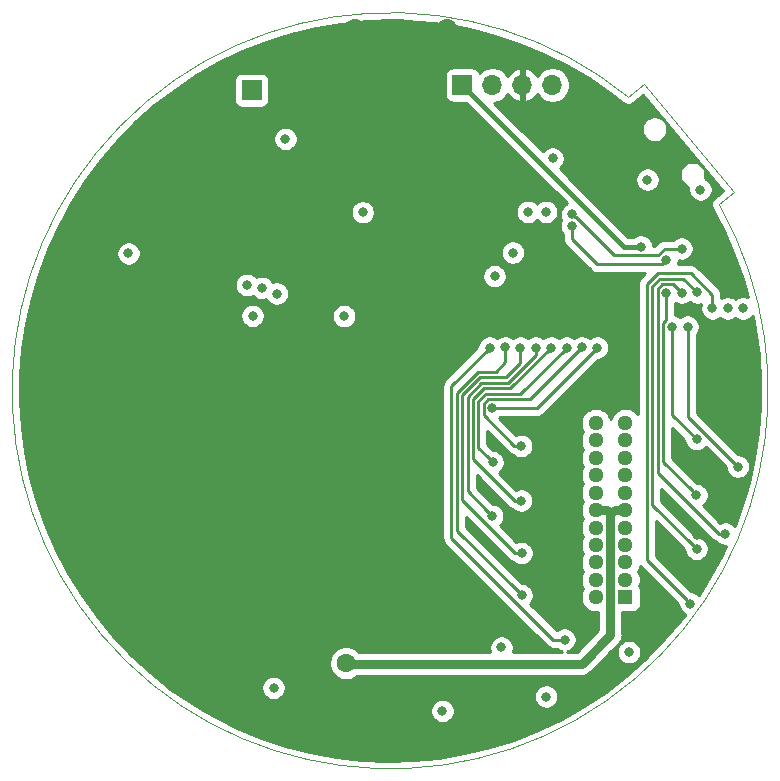
<source format=gbr>
G04 #@! TF.GenerationSoftware,KiCad,Pcbnew,(5.1.5)-3*
G04 #@! TF.CreationDate,2021-12-17T23:07:34-08:00*
G04 #@! TF.ProjectId,watch_v1,77617463-685f-4763-912e-6b696361645f,rev?*
G04 #@! TF.SameCoordinates,Original*
G04 #@! TF.FileFunction,Copper,L3,Inr*
G04 #@! TF.FilePolarity,Positive*
%FSLAX46Y46*%
G04 Gerber Fmt 4.6, Leading zero omitted, Abs format (unit mm)*
G04 Created by KiCad (PCBNEW (5.1.5)-3) date 2021-12-17 23:07:34*
%MOMM*%
%LPD*%
G04 APERTURE LIST*
%ADD10C,0.050000*%
%ADD11O,1.300000X1.300000*%
%ADD12R,1.300000X1.300000*%
%ADD13O,1.700000X1.700000*%
%ADD14R,1.700000X1.700000*%
%ADD15C,5.000000*%
%ADD16C,0.800000*%
%ADD17C,1.600200*%
%ADD18C,0.381000*%
%ADD19C,0.254000*%
%ADD20C,0.762000*%
G04 APERTURE END LIST*
D10*
X155752624Y-53294380D02*
G75*
G02X148089479Y-44241041I-27838224J-15793620D01*
G01*
X155752800Y-53294280D02*
X157038040Y-52242720D01*
X149407880Y-43159680D02*
X157038040Y-52242720D01*
X148089480Y-44241040D02*
X149407880Y-43159680D01*
D11*
X145333360Y-71823360D03*
X147833360Y-71823360D03*
X145333360Y-73298360D03*
X147833360Y-73298360D03*
X145333360Y-74773360D03*
X147833360Y-74773360D03*
X145333360Y-76248360D03*
X147833360Y-76248360D03*
X145333360Y-77723360D03*
X147833360Y-77723360D03*
X145333360Y-79198360D03*
X147833360Y-79198360D03*
X145333360Y-80673360D03*
X147833360Y-80673360D03*
X145333360Y-82148360D03*
X147833360Y-82148360D03*
X145333360Y-83623360D03*
X147833360Y-83623360D03*
X145333360Y-85098360D03*
X147833360Y-85098360D03*
X145333360Y-86573360D03*
D12*
X147833360Y-86573360D03*
D13*
X141655800Y-43205400D03*
X139115800Y-43205400D03*
X136575800Y-43205400D03*
D14*
X134035800Y-43205400D03*
D13*
X118719600Y-43637200D03*
D14*
X116179600Y-43637200D03*
D15*
X100787200Y-60568840D03*
D16*
X115786400Y-60128400D03*
X125590800Y-53981600D03*
D17*
X120617480Y-67281040D03*
X123157480Y-77451200D03*
X120617480Y-77451200D03*
X123157480Y-67281040D03*
X124857260Y-45229520D03*
X127397260Y-45229520D03*
X129937260Y-45229520D03*
X100190040Y-67628020D03*
X100190040Y-65088020D03*
X100190040Y-70168020D03*
X100134160Y-75715380D03*
X100134160Y-80795380D03*
X100134160Y-78255380D03*
X105601000Y-50705000D03*
X102425240Y-67628020D03*
X102425240Y-65088020D03*
X102425240Y-70168020D03*
X110173000Y-45701200D03*
X102369360Y-80795380D03*
X102369360Y-78255380D03*
X102369360Y-75715380D03*
X113119400Y-67281040D03*
X115659400Y-67281040D03*
X113119400Y-77451200D03*
X115659400Y-77451200D03*
X107610140Y-58713620D03*
X107610140Y-56173620D03*
X107836200Y-50705000D03*
X107836200Y-48165000D03*
D16*
X121298200Y-52991000D03*
X121298200Y-55531000D03*
X119723400Y-60560200D03*
X121272800Y-58045600D03*
X139688000Y-52496400D03*
X149533360Y-55026560D03*
X147711160Y-65923160D03*
X146771360Y-66553080D03*
X143459200Y-69946520D03*
X155366720Y-82031840D03*
X155366720Y-83185000D03*
X153857960Y-81285080D03*
X152166320Y-88463120D03*
X155635960Y-76916280D03*
X156707840Y-76880720D03*
X157784800Y-76865480D03*
D17*
X157058360Y-71104760D03*
X157104080Y-65831720D03*
X145491200Y-47081440D03*
X145491200Y-44653200D03*
D16*
X138181080Y-74777600D03*
X138165840Y-79375000D03*
X128315720Y-49443640D03*
X128325880Y-50601880D03*
X150174960Y-85542120D03*
X151480520Y-89275920D03*
X125436480Y-50295960D03*
X151246840Y-48895000D03*
X147873720Y-49687480D03*
X146161760Y-93385640D03*
X147228560Y-92471240D03*
D17*
X124907040Y-38384480D03*
X128818640Y-38384480D03*
X132730240Y-38384480D03*
D16*
X105753400Y-57461400D03*
X117056400Y-60382400D03*
X118326400Y-60865000D03*
X118047000Y-94240600D03*
X116269000Y-62744600D03*
X124021080Y-62780160D03*
X149138640Y-56896000D03*
X143316960Y-55158640D03*
X151303596Y-57987324D03*
X143322040Y-54157880D03*
X152587960Y-57058560D03*
X141086840Y-53954680D03*
X149697440Y-51226720D03*
X139562840Y-53954680D03*
X154172920Y-52054760D03*
X132339960Y-96204160D03*
X136753600Y-59395360D03*
X141674600Y-49428400D03*
X119049800Y-47777400D03*
D17*
X124170440Y-92166440D03*
D16*
X141538920Y-65435520D03*
X139009080Y-78399600D03*
X156286160Y-81193680D03*
X152608240Y-60787320D03*
X142849560Y-65445680D03*
X136580920Y-75143320D03*
X136342080Y-65435520D03*
X142680640Y-90169960D03*
X153847840Y-77922160D03*
X151292520Y-60787320D03*
X157789840Y-62113200D03*
X141123120Y-94985480D03*
X137647640Y-65430440D03*
X139034480Y-86405680D03*
X144144960Y-65425360D03*
X138998920Y-73756480D03*
X148122600Y-91227960D03*
X156499520Y-62113200D03*
X157342880Y-75524400D03*
X153096878Y-63672720D03*
X145445440Y-65445680D03*
X136555520Y-70535760D03*
X138943040Y-65440600D03*
X139034480Y-82834440D03*
X153852920Y-73197760D03*
X151775160Y-63672720D03*
X153334680Y-87116960D03*
X155204120Y-62118280D03*
X140238440Y-65440600D03*
X136545360Y-79689920D03*
X153858000Y-82484000D03*
X153908720Y-60772080D03*
X137327640Y-90830400D03*
X138292840Y-57404000D03*
D18*
X147726400Y-56896000D02*
X149138640Y-56896000D01*
X134035800Y-43205400D02*
X147726400Y-56896000D01*
D19*
X150903597Y-58387323D02*
X145448363Y-58387323D01*
X151303596Y-57987324D02*
X150903597Y-58387323D01*
X143316960Y-56255920D02*
X143316960Y-55118000D01*
X145448363Y-58387323D02*
X143316960Y-56255920D01*
X152587960Y-57058560D02*
X151156398Y-57058560D01*
X150591957Y-57623001D02*
X146897923Y-57623001D01*
X146897923Y-57623001D02*
X143665921Y-54390999D01*
X143555159Y-54390999D02*
X143322040Y-54157880D01*
X151156398Y-57058560D02*
X150591957Y-57623001D01*
X143665921Y-54390999D02*
X143555159Y-54390999D01*
D20*
X146564361Y-79548121D02*
X146914122Y-79198360D01*
X146564361Y-89772761D02*
X146564361Y-79548121D01*
X144133241Y-92203881D02*
X146564361Y-89772761D01*
X146914122Y-79198360D02*
X147833360Y-79198360D01*
X124588881Y-92203881D02*
X144133241Y-92203881D01*
X146252598Y-79198360D02*
X145333360Y-79198360D01*
X146564361Y-79510123D02*
X146252598Y-79198360D01*
X146564361Y-79548121D02*
X146564361Y-79510123D01*
D19*
X138443395Y-78399600D02*
X139009080Y-78399600D01*
X134920499Y-74876704D02*
X138443395Y-78399600D01*
X134920499Y-69810685D02*
X134920499Y-74876704D01*
X135830445Y-68900739D02*
X134920499Y-69810685D01*
X138073701Y-68900739D02*
X135830445Y-68900739D01*
X141538920Y-65435520D02*
X138073701Y-68900739D01*
X155720475Y-81193680D02*
X150594149Y-76067354D01*
X156286160Y-81193680D02*
X155720475Y-81193680D01*
X152208241Y-60387321D02*
X152608240Y-60787320D01*
X151881239Y-60060319D02*
X152208241Y-60387321D01*
X150943559Y-60060319D02*
X151881239Y-60060319D01*
X150565519Y-61136281D02*
X150565519Y-60438359D01*
X150565519Y-60438359D02*
X150943559Y-60060319D01*
X150594149Y-61164911D02*
X150565519Y-61136281D01*
X150594149Y-76067354D02*
X150594149Y-61164911D01*
X136180921Y-74743321D02*
X136580920Y-75143320D01*
X135374509Y-69998742D02*
X135374509Y-73936909D01*
X136018502Y-69354749D02*
X135374509Y-69998742D01*
X138940491Y-69354749D02*
X136018502Y-69354749D01*
X135374509Y-73936909D02*
X136180921Y-74743321D01*
X142849560Y-65445680D02*
X138940491Y-69354749D01*
X141722798Y-90169960D02*
X142680640Y-90169960D01*
X133104459Y-81551621D02*
X141722798Y-90169960D01*
X136342080Y-65435520D02*
X133104459Y-68673141D01*
X133104459Y-68673141D02*
X133104459Y-81551621D01*
X153447841Y-77522161D02*
X153847840Y-77922160D01*
X151292520Y-63079398D02*
X151048159Y-63323759D01*
X151048159Y-75122479D02*
X153447841Y-77522161D01*
X151048159Y-63323759D02*
X151048159Y-75122479D01*
X151292520Y-60787320D02*
X151292520Y-63079398D01*
X137647640Y-65430440D02*
X137647640Y-66688944D01*
X137647640Y-66688944D02*
X136850120Y-67486464D01*
X133558469Y-80929669D02*
X138634481Y-86005681D01*
X133558469Y-69246514D02*
X133558469Y-80929669D01*
X138634481Y-86005681D02*
X139034480Y-86405680D01*
X135318520Y-67486464D02*
X133558469Y-69246514D01*
X136850120Y-67486464D02*
X135318520Y-67486464D01*
X138433235Y-73756480D02*
X138998920Y-73756480D01*
X135828519Y-70186799D02*
X135828519Y-71151764D01*
X136206559Y-69808759D02*
X135828519Y-70186799D01*
X135828519Y-71151764D02*
X138433235Y-73756480D01*
X139761561Y-69808759D02*
X136206559Y-69808759D01*
X144144960Y-65425360D02*
X139761561Y-69808759D01*
X153096878Y-71278398D02*
X157342880Y-75524400D01*
X153096878Y-63672720D02*
X153096878Y-71278398D01*
X140355360Y-70535760D02*
X136555520Y-70535760D01*
X145445440Y-65445680D02*
X140355360Y-70535760D01*
X138943040Y-65440600D02*
X138943040Y-66747268D01*
X138943040Y-66747268D02*
X137749834Y-67940474D01*
X134012479Y-69434571D02*
X134012479Y-78378124D01*
X138468795Y-82834440D02*
X139034480Y-82834440D01*
X134012479Y-78378124D02*
X138468795Y-82834440D01*
X135506577Y-67940474D02*
X134012479Y-69434571D01*
X137749834Y-67940474D02*
X135506577Y-67940474D01*
X151775160Y-71120000D02*
X153852920Y-73197760D01*
X151775160Y-63672720D02*
X151775160Y-71120000D01*
X152934681Y-86716961D02*
X153334680Y-87116960D01*
X149657499Y-83439779D02*
X152934681Y-86716961D01*
X150567445Y-59152299D02*
X149657499Y-60062245D01*
X149657499Y-60062245D02*
X149657499Y-83439779D01*
X153364901Y-59152299D02*
X150567445Y-59152299D01*
X155204120Y-60991518D02*
X153364901Y-59152299D01*
X155204120Y-62118280D02*
X155204120Y-60991518D01*
X140238440Y-65440600D02*
X140238440Y-66093934D01*
X136145361Y-79289921D02*
X136545360Y-79689920D01*
X134466489Y-77611049D02*
X136145361Y-79289921D01*
X134466489Y-69622628D02*
X134466489Y-77611049D01*
X135642388Y-68446729D02*
X134466489Y-69622628D01*
X137885645Y-68446729D02*
X135642388Y-68446729D01*
X140238440Y-66093934D02*
X137885645Y-68446729D01*
X153458001Y-82084001D02*
X153858000Y-82484000D01*
X150111509Y-78737509D02*
X153458001Y-82084001D01*
X150111509Y-60250302D02*
X150111509Y-78737509D01*
X150755502Y-59606309D02*
X150111509Y-60250302D01*
X152742949Y-59606309D02*
X150755502Y-59606309D01*
X153908720Y-60772080D02*
X152742949Y-59606309D01*
G36*
X130336797Y-37835813D02*
G01*
X132510936Y-38080920D01*
X134662679Y-38477088D01*
X136781552Y-39022392D01*
X138857227Y-39714174D01*
X140879584Y-40549059D01*
X142838783Y-41522986D01*
X144725263Y-42631204D01*
X146533072Y-43870529D01*
X147652279Y-44737235D01*
X147668611Y-44753576D01*
X147722714Y-44789748D01*
X147722765Y-44789785D01*
X147722818Y-44789818D01*
X147776689Y-44825835D01*
X147896786Y-44875621D01*
X148024290Y-44901020D01*
X148154298Y-44901057D01*
X148281815Y-44875730D01*
X148401941Y-44826012D01*
X148482969Y-44771904D01*
X149322089Y-44083653D01*
X156102630Y-52155296D01*
X155309773Y-52803998D01*
X155281696Y-52831991D01*
X155281332Y-52832337D01*
X155281160Y-52832525D01*
X155240774Y-52872790D01*
X155168384Y-52980780D01*
X155118453Y-53100818D01*
X155108254Y-53151692D01*
X155108100Y-53152292D01*
X155107716Y-53154378D01*
X155092899Y-53228290D01*
X155092814Y-53285378D01*
X155092643Y-53289401D01*
X155092799Y-53295113D01*
X155092705Y-53358298D01*
X155104968Y-53420434D01*
X155106029Y-53426728D01*
X155107024Y-53430852D01*
X155117878Y-53485846D01*
X155145994Y-53554013D01*
X155147677Y-53558270D01*
X155148207Y-53559378D01*
X155167450Y-53606032D01*
X155182938Y-53629287D01*
X156190787Y-55559765D01*
X157065590Y-57565185D01*
X157798366Y-59626726D01*
X158229754Y-61175143D01*
X158091738Y-61117974D01*
X157891779Y-61078200D01*
X157687901Y-61078200D01*
X157487942Y-61117974D01*
X157299584Y-61195995D01*
X157144680Y-61299498D01*
X156989776Y-61195995D01*
X156801418Y-61117974D01*
X156601459Y-61078200D01*
X156397581Y-61078200D01*
X156197622Y-61117974D01*
X156009264Y-61195995D01*
X155966120Y-61224823D01*
X155966120Y-61028940D01*
X155969806Y-60991517D01*
X155964760Y-60940281D01*
X155955094Y-60842140D01*
X155911522Y-60698503D01*
X155840765Y-60566126D01*
X155745542Y-60450096D01*
X155716472Y-60426239D01*
X153930185Y-58639953D01*
X153906323Y-58610877D01*
X153790293Y-58515654D01*
X153657916Y-58444897D01*
X153514279Y-58401325D01*
X153402327Y-58390299D01*
X153402324Y-58390299D01*
X153364901Y-58386613D01*
X153327478Y-58390299D01*
X152256954Y-58390299D01*
X152298822Y-58289222D01*
X152338596Y-58089263D01*
X152338596Y-58064236D01*
X152486021Y-58093560D01*
X152689899Y-58093560D01*
X152889858Y-58053786D01*
X153078216Y-57975765D01*
X153247734Y-57862497D01*
X153391897Y-57718334D01*
X153505165Y-57548816D01*
X153583186Y-57360458D01*
X153622960Y-57160499D01*
X153622960Y-56956621D01*
X153583186Y-56756662D01*
X153505165Y-56568304D01*
X153391897Y-56398786D01*
X153247734Y-56254623D01*
X153078216Y-56141355D01*
X152889858Y-56063334D01*
X152689899Y-56023560D01*
X152486021Y-56023560D01*
X152286062Y-56063334D01*
X152097704Y-56141355D01*
X151928186Y-56254623D01*
X151886249Y-56296560D01*
X151193820Y-56296560D01*
X151156397Y-56292874D01*
X151118974Y-56296560D01*
X151118972Y-56296560D01*
X151007020Y-56307586D01*
X150863383Y-56351158D01*
X150731006Y-56421915D01*
X150614976Y-56517138D01*
X150591118Y-56546209D01*
X150276327Y-56861001D01*
X150173640Y-56861001D01*
X150173640Y-56794061D01*
X150133866Y-56594102D01*
X150055845Y-56405744D01*
X149942577Y-56236226D01*
X149798414Y-56092063D01*
X149628896Y-55978795D01*
X149440538Y-55900774D01*
X149240579Y-55861000D01*
X149036701Y-55861000D01*
X148836742Y-55900774D01*
X148648384Y-55978795D01*
X148511137Y-56070500D01*
X148068333Y-56070500D01*
X143122614Y-51124781D01*
X148662440Y-51124781D01*
X148662440Y-51328659D01*
X148702214Y-51528618D01*
X148780235Y-51716976D01*
X148893503Y-51886494D01*
X149037666Y-52030657D01*
X149207184Y-52143925D01*
X149395542Y-52221946D01*
X149595501Y-52261720D01*
X149799379Y-52261720D01*
X149999338Y-52221946D01*
X150187696Y-52143925D01*
X150357214Y-52030657D01*
X150501377Y-51886494D01*
X150614645Y-51716976D01*
X150692666Y-51528618D01*
X150732440Y-51328659D01*
X150732440Y-51124781D01*
X150692666Y-50924822D01*
X150614645Y-50736464D01*
X150575480Y-50677848D01*
X152429209Y-50677848D01*
X152429209Y-50891574D01*
X152470905Y-51101194D01*
X152552694Y-51298651D01*
X152671434Y-51476358D01*
X152822562Y-51627486D01*
X153000269Y-51746226D01*
X153165408Y-51814628D01*
X153137920Y-51952821D01*
X153137920Y-52156699D01*
X153177694Y-52356658D01*
X153255715Y-52545016D01*
X153368983Y-52714534D01*
X153513146Y-52858697D01*
X153682664Y-52971965D01*
X153871022Y-53049986D01*
X154070981Y-53089760D01*
X154274859Y-53089760D01*
X154474818Y-53049986D01*
X154663176Y-52971965D01*
X154832694Y-52858697D01*
X154976857Y-52714534D01*
X155090125Y-52545016D01*
X155168146Y-52356658D01*
X155207920Y-52156699D01*
X155207920Y-51952821D01*
X155168146Y-51752862D01*
X155090125Y-51564504D01*
X154976857Y-51394986D01*
X154832694Y-51250823D01*
X154663176Y-51137555D01*
X154558874Y-51094351D01*
X154599209Y-50891574D01*
X154599209Y-50677848D01*
X154557513Y-50468228D01*
X154475724Y-50270771D01*
X154356984Y-50093064D01*
X154205856Y-49941936D01*
X154028149Y-49823196D01*
X153830692Y-49741407D01*
X153621072Y-49699711D01*
X153407346Y-49699711D01*
X153197726Y-49741407D01*
X153000269Y-49823196D01*
X152822562Y-49941936D01*
X152671434Y-50093064D01*
X152552694Y-50270771D01*
X152470905Y-50468228D01*
X152429209Y-50677848D01*
X150575480Y-50677848D01*
X150501377Y-50566946D01*
X150357214Y-50422783D01*
X150187696Y-50309515D01*
X149999338Y-50231494D01*
X149799379Y-50191720D01*
X149595501Y-50191720D01*
X149395542Y-50231494D01*
X149207184Y-50309515D01*
X149037666Y-50422783D01*
X148893503Y-50566946D01*
X148780235Y-50736464D01*
X148702214Y-50924822D01*
X148662440Y-51124781D01*
X143122614Y-51124781D01*
X142271908Y-50274075D01*
X142334374Y-50232337D01*
X142478537Y-50088174D01*
X142591805Y-49918656D01*
X142669826Y-49730298D01*
X142709600Y-49530339D01*
X142709600Y-49326461D01*
X142669826Y-49126502D01*
X142591805Y-48938144D01*
X142478537Y-48768626D01*
X142334374Y-48624463D01*
X142164856Y-48511195D01*
X141976498Y-48433174D01*
X141776539Y-48393400D01*
X141572661Y-48393400D01*
X141372702Y-48433174D01*
X141184344Y-48511195D01*
X141014826Y-48624463D01*
X140870663Y-48768626D01*
X140828925Y-48831092D01*
X138845459Y-46847626D01*
X149215271Y-46847626D01*
X149215271Y-47061352D01*
X149256967Y-47270972D01*
X149338756Y-47468429D01*
X149457496Y-47646136D01*
X149608624Y-47797264D01*
X149786331Y-47916004D01*
X149983788Y-47997793D01*
X150193408Y-48039489D01*
X150407134Y-48039489D01*
X150616754Y-47997793D01*
X150814211Y-47916004D01*
X150991918Y-47797264D01*
X151143046Y-47646136D01*
X151261786Y-47468429D01*
X151343575Y-47270972D01*
X151385271Y-47061352D01*
X151385271Y-46847626D01*
X151343575Y-46638006D01*
X151261786Y-46440549D01*
X151143046Y-46262842D01*
X150991918Y-46111714D01*
X150814211Y-45992974D01*
X150616754Y-45911185D01*
X150407134Y-45869489D01*
X150193408Y-45869489D01*
X149983788Y-45911185D01*
X149786331Y-45992974D01*
X149608624Y-46111714D01*
X149457496Y-46262842D01*
X149338756Y-46440549D01*
X149256967Y-46638006D01*
X149215271Y-46847626D01*
X138845459Y-46847626D01*
X136688232Y-44690400D01*
X136722060Y-44690400D01*
X137008958Y-44633332D01*
X137279211Y-44521390D01*
X137522432Y-44358875D01*
X137729275Y-44152032D01*
X137850995Y-43969866D01*
X137920622Y-44086755D01*
X138115531Y-44302988D01*
X138348880Y-44477041D01*
X138611701Y-44602225D01*
X138758910Y-44646876D01*
X138988800Y-44525555D01*
X138988800Y-43332400D01*
X138968800Y-43332400D01*
X138968800Y-43078400D01*
X138988800Y-43078400D01*
X138988800Y-41885245D01*
X139242800Y-41885245D01*
X139242800Y-43078400D01*
X139262800Y-43078400D01*
X139262800Y-43332400D01*
X139242800Y-43332400D01*
X139242800Y-44525555D01*
X139472690Y-44646876D01*
X139619899Y-44602225D01*
X139882720Y-44477041D01*
X140116069Y-44302988D01*
X140310978Y-44086755D01*
X140380605Y-43969866D01*
X140502325Y-44152032D01*
X140709168Y-44358875D01*
X140952389Y-44521390D01*
X141222642Y-44633332D01*
X141509540Y-44690400D01*
X141802060Y-44690400D01*
X142088958Y-44633332D01*
X142359211Y-44521390D01*
X142602432Y-44358875D01*
X142809275Y-44152032D01*
X142971790Y-43908811D01*
X143083732Y-43638558D01*
X143140800Y-43351660D01*
X143140800Y-43059140D01*
X143083732Y-42772242D01*
X142971790Y-42501989D01*
X142809275Y-42258768D01*
X142602432Y-42051925D01*
X142359211Y-41889410D01*
X142088958Y-41777468D01*
X141802060Y-41720400D01*
X141509540Y-41720400D01*
X141222642Y-41777468D01*
X140952389Y-41889410D01*
X140709168Y-42051925D01*
X140502325Y-42258768D01*
X140380605Y-42440934D01*
X140310978Y-42324045D01*
X140116069Y-42107812D01*
X139882720Y-41933759D01*
X139619899Y-41808575D01*
X139472690Y-41763924D01*
X139242800Y-41885245D01*
X138988800Y-41885245D01*
X138758910Y-41763924D01*
X138611701Y-41808575D01*
X138348880Y-41933759D01*
X138115531Y-42107812D01*
X137920622Y-42324045D01*
X137850995Y-42440934D01*
X137729275Y-42258768D01*
X137522432Y-42051925D01*
X137279211Y-41889410D01*
X137008958Y-41777468D01*
X136722060Y-41720400D01*
X136429540Y-41720400D01*
X136142642Y-41777468D01*
X135872389Y-41889410D01*
X135629168Y-42051925D01*
X135497313Y-42183780D01*
X135475302Y-42111220D01*
X135416337Y-42000906D01*
X135336985Y-41904215D01*
X135240294Y-41824863D01*
X135129980Y-41765898D01*
X135010282Y-41729588D01*
X134885800Y-41717328D01*
X133185800Y-41717328D01*
X133061318Y-41729588D01*
X132941620Y-41765898D01*
X132831306Y-41824863D01*
X132734615Y-41904215D01*
X132655263Y-42000906D01*
X132596298Y-42111220D01*
X132559988Y-42230918D01*
X132547728Y-42355400D01*
X132547728Y-44055400D01*
X132559988Y-44179882D01*
X132596298Y-44299580D01*
X132655263Y-44409894D01*
X132734615Y-44506585D01*
X132831306Y-44585937D01*
X132941620Y-44644902D01*
X133061318Y-44681212D01*
X133185800Y-44693472D01*
X134356440Y-44693472D01*
X142882595Y-53219628D01*
X142831784Y-53240675D01*
X142662266Y-53353943D01*
X142518103Y-53498106D01*
X142404835Y-53667624D01*
X142326814Y-53855982D01*
X142287040Y-54055941D01*
X142287040Y-54259819D01*
X142326814Y-54459778D01*
X142404835Y-54648136D01*
X142409060Y-54654459D01*
X142399755Y-54668384D01*
X142321734Y-54856742D01*
X142281960Y-55056701D01*
X142281960Y-55260579D01*
X142321734Y-55460538D01*
X142399755Y-55648896D01*
X142513023Y-55818414D01*
X142554960Y-55860351D01*
X142554960Y-56218496D01*
X142551274Y-56255920D01*
X142554960Y-56293343D01*
X142554960Y-56293345D01*
X142565986Y-56405297D01*
X142609558Y-56548934D01*
X142620421Y-56569257D01*
X142680315Y-56681312D01*
X142705792Y-56712355D01*
X142775538Y-56797342D01*
X142804614Y-56821204D01*
X144883084Y-58899675D01*
X144906941Y-58928745D01*
X145022971Y-59023968D01*
X145155348Y-59094725D01*
X145298985Y-59138297D01*
X145410937Y-59149323D01*
X145410939Y-59149323D01*
X145448362Y-59153009D01*
X145485785Y-59149323D01*
X149492791Y-59149323D01*
X149145153Y-59496961D01*
X149116077Y-59520823D01*
X149068972Y-59578221D01*
X149020854Y-59636853D01*
X148991757Y-59691291D01*
X148950097Y-59769231D01*
X148906525Y-59912868D01*
X148896131Y-60018406D01*
X148891813Y-60062245D01*
X148895499Y-60099668D01*
X148895499Y-71100024D01*
X148831485Y-71004220D01*
X148652500Y-70825235D01*
X148442036Y-70684607D01*
X148208181Y-70587741D01*
X147959921Y-70538360D01*
X147706799Y-70538360D01*
X147458539Y-70587741D01*
X147224684Y-70684607D01*
X147014220Y-70825235D01*
X146835235Y-71004220D01*
X146694607Y-71214684D01*
X146597741Y-71448539D01*
X146583360Y-71520839D01*
X146568979Y-71448539D01*
X146472113Y-71214684D01*
X146331485Y-71004220D01*
X146152500Y-70825235D01*
X145942036Y-70684607D01*
X145708181Y-70587741D01*
X145459921Y-70538360D01*
X145206799Y-70538360D01*
X144958539Y-70587741D01*
X144724684Y-70684607D01*
X144514220Y-70825235D01*
X144335235Y-71004220D01*
X144194607Y-71214684D01*
X144097741Y-71448539D01*
X144048360Y-71696799D01*
X144048360Y-71949921D01*
X144097741Y-72198181D01*
X144194607Y-72432036D01*
X144280685Y-72560860D01*
X144194607Y-72689684D01*
X144097741Y-72923539D01*
X144048360Y-73171799D01*
X144048360Y-73424921D01*
X144097741Y-73673181D01*
X144194607Y-73907036D01*
X144280685Y-74035860D01*
X144194607Y-74164684D01*
X144097741Y-74398539D01*
X144048360Y-74646799D01*
X144048360Y-74899921D01*
X144097741Y-75148181D01*
X144194607Y-75382036D01*
X144280685Y-75510860D01*
X144194607Y-75639684D01*
X144097741Y-75873539D01*
X144048360Y-76121799D01*
X144048360Y-76374921D01*
X144097741Y-76623181D01*
X144194607Y-76857036D01*
X144280685Y-76985860D01*
X144194607Y-77114684D01*
X144097741Y-77348539D01*
X144048360Y-77596799D01*
X144048360Y-77849921D01*
X144097741Y-78098181D01*
X144194607Y-78332036D01*
X144280685Y-78460860D01*
X144194607Y-78589684D01*
X144097741Y-78823539D01*
X144048360Y-79071799D01*
X144048360Y-79324921D01*
X144097741Y-79573181D01*
X144194607Y-79807036D01*
X144280685Y-79935860D01*
X144194607Y-80064684D01*
X144097741Y-80298539D01*
X144048360Y-80546799D01*
X144048360Y-80799921D01*
X144097741Y-81048181D01*
X144194607Y-81282036D01*
X144280685Y-81410860D01*
X144194607Y-81539684D01*
X144097741Y-81773539D01*
X144048360Y-82021799D01*
X144048360Y-82274921D01*
X144097741Y-82523181D01*
X144194607Y-82757036D01*
X144280685Y-82885860D01*
X144194607Y-83014684D01*
X144097741Y-83248539D01*
X144048360Y-83496799D01*
X144048360Y-83749921D01*
X144097741Y-83998181D01*
X144194607Y-84232036D01*
X144280685Y-84360860D01*
X144194607Y-84489684D01*
X144097741Y-84723539D01*
X144048360Y-84971799D01*
X144048360Y-85224921D01*
X144097741Y-85473181D01*
X144194607Y-85707036D01*
X144280685Y-85835860D01*
X144194607Y-85964684D01*
X144097741Y-86198539D01*
X144048360Y-86446799D01*
X144048360Y-86699921D01*
X144097741Y-86948181D01*
X144194607Y-87182036D01*
X144335235Y-87392500D01*
X144514220Y-87571485D01*
X144724684Y-87712113D01*
X144958539Y-87808979D01*
X145206799Y-87858360D01*
X145459921Y-87858360D01*
X145548361Y-87840769D01*
X145548361Y-89351920D01*
X143712401Y-91187881D01*
X142868442Y-91187881D01*
X142982538Y-91165186D01*
X143170896Y-91087165D01*
X143340414Y-90973897D01*
X143484577Y-90829734D01*
X143597845Y-90660216D01*
X143675866Y-90471858D01*
X143715640Y-90271899D01*
X143715640Y-90068021D01*
X143675866Y-89868062D01*
X143597845Y-89679704D01*
X143484577Y-89510186D01*
X143340414Y-89366023D01*
X143170896Y-89252755D01*
X142982538Y-89174734D01*
X142782579Y-89134960D01*
X142578701Y-89134960D01*
X142378742Y-89174734D01*
X142190384Y-89252755D01*
X142020866Y-89366023D01*
X142008679Y-89378210D01*
X139767170Y-87136701D01*
X139838417Y-87065454D01*
X139951685Y-86895936D01*
X140029706Y-86707578D01*
X140069480Y-86507619D01*
X140069480Y-86303741D01*
X140029706Y-86103782D01*
X139951685Y-85915424D01*
X139838417Y-85745906D01*
X139694254Y-85601743D01*
X139524736Y-85488475D01*
X139336378Y-85410454D01*
X139136419Y-85370680D01*
X139077111Y-85370680D01*
X134320469Y-80614039D01*
X134320469Y-79763744D01*
X137903511Y-83346786D01*
X137927373Y-83375862D01*
X137979033Y-83418258D01*
X138043402Y-83471085D01*
X138083011Y-83492256D01*
X138175780Y-83541842D01*
X138319417Y-83585414D01*
X138321997Y-83585668D01*
X138374706Y-83638377D01*
X138544224Y-83751645D01*
X138732582Y-83829666D01*
X138932541Y-83869440D01*
X139136419Y-83869440D01*
X139336378Y-83829666D01*
X139524736Y-83751645D01*
X139694254Y-83638377D01*
X139838417Y-83494214D01*
X139951685Y-83324696D01*
X140029706Y-83136338D01*
X140069480Y-82936379D01*
X140069480Y-82732501D01*
X140029706Y-82532542D01*
X139951685Y-82344184D01*
X139838417Y-82174666D01*
X139694254Y-82030503D01*
X139524736Y-81917235D01*
X139336378Y-81839214D01*
X139136419Y-81799440D01*
X138932541Y-81799440D01*
X138732582Y-81839214D01*
X138604325Y-81892340D01*
X137205488Y-80493503D01*
X137349297Y-80349694D01*
X137462565Y-80180176D01*
X137540586Y-79991818D01*
X137580360Y-79791859D01*
X137580360Y-79587981D01*
X137540586Y-79388022D01*
X137462565Y-79199664D01*
X137349297Y-79030146D01*
X137205134Y-78885983D01*
X137035616Y-78772715D01*
X136847258Y-78694694D01*
X136647299Y-78654920D01*
X136587990Y-78654920D01*
X135228489Y-77295419D01*
X135228489Y-76262324D01*
X137878116Y-78911952D01*
X137901973Y-78941022D01*
X138018003Y-79036245D01*
X138150380Y-79107002D01*
X138294017Y-79150574D01*
X138296597Y-79150828D01*
X138349306Y-79203537D01*
X138518824Y-79316805D01*
X138707182Y-79394826D01*
X138907141Y-79434600D01*
X139111019Y-79434600D01*
X139310978Y-79394826D01*
X139499336Y-79316805D01*
X139668854Y-79203537D01*
X139813017Y-79059374D01*
X139926285Y-78889856D01*
X140004306Y-78701498D01*
X140044080Y-78501539D01*
X140044080Y-78297661D01*
X140004306Y-78097702D01*
X139926285Y-77909344D01*
X139813017Y-77739826D01*
X139668854Y-77595663D01*
X139499336Y-77482395D01*
X139310978Y-77404374D01*
X139111019Y-77364600D01*
X138907141Y-77364600D01*
X138707182Y-77404374D01*
X138578926Y-77457500D01*
X137137581Y-76016155D01*
X137240694Y-75947257D01*
X137384857Y-75803094D01*
X137498125Y-75633576D01*
X137576146Y-75445218D01*
X137615920Y-75245259D01*
X137615920Y-75041381D01*
X137576146Y-74841422D01*
X137498125Y-74653064D01*
X137384857Y-74483546D01*
X137240694Y-74339383D01*
X137071176Y-74226115D01*
X136882818Y-74148094D01*
X136682859Y-74108320D01*
X136623551Y-74108320D01*
X136136509Y-73621279D01*
X136136509Y-72537384D01*
X137867951Y-74268826D01*
X137891813Y-74297902D01*
X137942358Y-74339383D01*
X138007842Y-74393125D01*
X138044828Y-74412894D01*
X138140220Y-74463882D01*
X138283857Y-74507454D01*
X138286437Y-74507708D01*
X138339146Y-74560417D01*
X138508664Y-74673685D01*
X138697022Y-74751706D01*
X138896981Y-74791480D01*
X139100859Y-74791480D01*
X139300818Y-74751706D01*
X139489176Y-74673685D01*
X139658694Y-74560417D01*
X139802857Y-74416254D01*
X139916125Y-74246736D01*
X139994146Y-74058378D01*
X140033920Y-73858419D01*
X140033920Y-73654541D01*
X139994146Y-73454582D01*
X139916125Y-73266224D01*
X139802857Y-73096706D01*
X139658694Y-72952543D01*
X139489176Y-72839275D01*
X139300818Y-72761254D01*
X139100859Y-72721480D01*
X138896981Y-72721480D01*
X138697022Y-72761254D01*
X138568765Y-72814380D01*
X137142633Y-71388248D01*
X137215294Y-71339697D01*
X137257231Y-71297760D01*
X140317937Y-71297760D01*
X140355360Y-71301446D01*
X140392783Y-71297760D01*
X140392786Y-71297760D01*
X140504738Y-71286734D01*
X140648375Y-71243162D01*
X140780752Y-71172405D01*
X140896782Y-71077182D01*
X140920644Y-71048106D01*
X145488071Y-66480680D01*
X145547379Y-66480680D01*
X145747338Y-66440906D01*
X145935696Y-66362885D01*
X146105214Y-66249617D01*
X146249377Y-66105454D01*
X146362645Y-65935936D01*
X146440666Y-65747578D01*
X146480440Y-65547619D01*
X146480440Y-65343741D01*
X146440666Y-65143782D01*
X146362645Y-64955424D01*
X146249377Y-64785906D01*
X146105214Y-64641743D01*
X145935696Y-64528475D01*
X145747338Y-64450454D01*
X145547379Y-64410680D01*
X145343501Y-64410680D01*
X145143542Y-64450454D01*
X144955184Y-64528475D01*
X144809277Y-64625966D01*
X144804734Y-64621423D01*
X144635216Y-64508155D01*
X144446858Y-64430134D01*
X144246899Y-64390360D01*
X144043021Y-64390360D01*
X143843062Y-64430134D01*
X143654704Y-64508155D01*
X143485186Y-64621423D01*
X143482677Y-64623932D01*
X143339816Y-64528475D01*
X143151458Y-64450454D01*
X142951499Y-64410680D01*
X142747621Y-64410680D01*
X142547662Y-64450454D01*
X142359304Y-64528475D01*
X142201216Y-64634105D01*
X142198694Y-64631583D01*
X142029176Y-64518315D01*
X141840818Y-64440294D01*
X141640859Y-64400520D01*
X141436981Y-64400520D01*
X141237022Y-64440294D01*
X141048664Y-64518315D01*
X140884879Y-64627753D01*
X140728696Y-64523395D01*
X140540338Y-64445374D01*
X140340379Y-64405600D01*
X140136501Y-64405600D01*
X139936542Y-64445374D01*
X139748184Y-64523395D01*
X139590740Y-64628595D01*
X139433296Y-64523395D01*
X139244938Y-64445374D01*
X139044979Y-64405600D01*
X138841101Y-64405600D01*
X138641142Y-64445374D01*
X138452784Y-64523395D01*
X138302943Y-64623515D01*
X138137896Y-64513235D01*
X137949538Y-64435214D01*
X137749579Y-64395440D01*
X137545701Y-64395440D01*
X137345742Y-64435214D01*
X137157384Y-64513235D01*
X136991059Y-64624370D01*
X136832336Y-64518315D01*
X136643978Y-64440294D01*
X136444019Y-64400520D01*
X136240141Y-64400520D01*
X136040182Y-64440294D01*
X135851824Y-64518315D01*
X135682306Y-64631583D01*
X135538143Y-64775746D01*
X135424875Y-64945264D01*
X135346854Y-65133622D01*
X135307080Y-65333581D01*
X135307080Y-65392890D01*
X132592113Y-68107857D01*
X132563037Y-68131719D01*
X132519624Y-68184619D01*
X132467814Y-68247749D01*
X132437861Y-68303788D01*
X132397057Y-68380127D01*
X132353485Y-68523764D01*
X132345605Y-68603775D01*
X132338773Y-68673141D01*
X132342459Y-68710564D01*
X132342460Y-81514188D01*
X132338773Y-81551621D01*
X132353486Y-81700999D01*
X132397058Y-81844636D01*
X132467814Y-81977013D01*
X132534778Y-82058608D01*
X132563038Y-82093043D01*
X132592108Y-82116900D01*
X141157519Y-90682312D01*
X141181376Y-90711382D01*
X141210446Y-90735239D01*
X141297405Y-90806605D01*
X141340677Y-90829734D01*
X141429783Y-90877362D01*
X141573420Y-90920934D01*
X141685372Y-90931960D01*
X141685375Y-90931960D01*
X141722798Y-90935646D01*
X141760221Y-90931960D01*
X141978929Y-90931960D01*
X142020866Y-90973897D01*
X142190384Y-91087165D01*
X142378742Y-91165186D01*
X142492838Y-91187881D01*
X138299843Y-91187881D01*
X138322866Y-91132298D01*
X138362640Y-90932339D01*
X138362640Y-90728461D01*
X138322866Y-90528502D01*
X138244845Y-90340144D01*
X138131577Y-90170626D01*
X137987414Y-90026463D01*
X137817896Y-89913195D01*
X137629538Y-89835174D01*
X137429579Y-89795400D01*
X137225701Y-89795400D01*
X137025742Y-89835174D01*
X136837384Y-89913195D01*
X136667866Y-90026463D01*
X136523703Y-90170626D01*
X136410435Y-90340144D01*
X136332414Y-90528502D01*
X136292640Y-90728461D01*
X136292640Y-90932339D01*
X136332414Y-91132298D01*
X136355437Y-91187881D01*
X125221419Y-91187881D01*
X125085263Y-91051725D01*
X124850215Y-90894671D01*
X124589043Y-90786490D01*
X124311785Y-90731340D01*
X124029095Y-90731340D01*
X123751837Y-90786490D01*
X123490665Y-90894671D01*
X123255617Y-91051725D01*
X123055725Y-91251617D01*
X122898671Y-91486665D01*
X122790490Y-91747837D01*
X122735340Y-92025095D01*
X122735340Y-92307785D01*
X122790490Y-92585043D01*
X122898671Y-92846215D01*
X123055725Y-93081263D01*
X123255617Y-93281155D01*
X123490665Y-93438209D01*
X123751837Y-93546390D01*
X124029095Y-93601540D01*
X124311785Y-93601540D01*
X124589043Y-93546390D01*
X124850215Y-93438209D01*
X125085263Y-93281155D01*
X125146537Y-93219881D01*
X144083339Y-93219881D01*
X144133241Y-93224796D01*
X144183143Y-93219881D01*
X144332412Y-93205179D01*
X144523928Y-93147083D01*
X144700431Y-93052741D01*
X144855137Y-92925777D01*
X144886953Y-92887009D01*
X146647941Y-91126021D01*
X147087600Y-91126021D01*
X147087600Y-91329899D01*
X147127374Y-91529858D01*
X147205395Y-91718216D01*
X147318663Y-91887734D01*
X147462826Y-92031897D01*
X147632344Y-92145165D01*
X147820702Y-92223186D01*
X148020661Y-92262960D01*
X148224539Y-92262960D01*
X148424498Y-92223186D01*
X148612856Y-92145165D01*
X148782374Y-92031897D01*
X148926537Y-91887734D01*
X149039805Y-91718216D01*
X149117826Y-91529858D01*
X149157600Y-91329899D01*
X149157600Y-91126021D01*
X149117826Y-90926062D01*
X149039805Y-90737704D01*
X148926537Y-90568186D01*
X148782374Y-90424023D01*
X148612856Y-90310755D01*
X148424498Y-90232734D01*
X148224539Y-90192960D01*
X148020661Y-90192960D01*
X147820702Y-90232734D01*
X147632344Y-90310755D01*
X147462826Y-90424023D01*
X147318663Y-90568186D01*
X147205395Y-90737704D01*
X147127374Y-90926062D01*
X147087600Y-91126021D01*
X146647941Y-91126021D01*
X147247494Y-90526469D01*
X147286257Y-90494657D01*
X147413221Y-90339951D01*
X147476703Y-90221184D01*
X147507563Y-90163449D01*
X147565659Y-89971932D01*
X147575747Y-89869504D01*
X147580361Y-89822663D01*
X147580361Y-89822662D01*
X147585276Y-89772761D01*
X147580361Y-89722859D01*
X147580361Y-87861432D01*
X148483360Y-87861432D01*
X148607842Y-87849172D01*
X148727540Y-87812862D01*
X148837854Y-87753897D01*
X148934545Y-87674545D01*
X149013897Y-87577854D01*
X149072862Y-87467540D01*
X149109172Y-87347842D01*
X149121432Y-87223360D01*
X149121432Y-85923360D01*
X149109172Y-85798878D01*
X149072862Y-85679180D01*
X149022600Y-85585149D01*
X149068979Y-85473181D01*
X149118360Y-85224921D01*
X149118360Y-84971799D01*
X149068979Y-84723539D01*
X148972113Y-84489684D01*
X148886035Y-84360860D01*
X148972113Y-84232036D01*
X149068979Y-83998181D01*
X149080886Y-83938319D01*
X149116078Y-83981201D01*
X149145148Y-84005058D01*
X152299680Y-87159591D01*
X152299680Y-87218899D01*
X152339454Y-87418858D01*
X152417475Y-87607216D01*
X152530743Y-87776734D01*
X152674906Y-87920897D01*
X152844424Y-88034165D01*
X152861127Y-88041084D01*
X152469051Y-88572257D01*
X151050078Y-90237648D01*
X149518403Y-91799984D01*
X147881462Y-93251683D01*
X146147253Y-94585652D01*
X144324221Y-95795395D01*
X142421228Y-96875031D01*
X140447558Y-97819291D01*
X138412839Y-98623571D01*
X136326967Y-99283958D01*
X134200117Y-99797232D01*
X132042630Y-100160896D01*
X129865045Y-100373174D01*
X127677939Y-100433036D01*
X125492003Y-100340187D01*
X123317864Y-100095080D01*
X121166124Y-99698912D01*
X119047235Y-99153604D01*
X116971577Y-98461828D01*
X114949211Y-97626938D01*
X112990017Y-96653014D01*
X112052422Y-96102221D01*
X131304960Y-96102221D01*
X131304960Y-96306099D01*
X131344734Y-96506058D01*
X131422755Y-96694416D01*
X131536023Y-96863934D01*
X131680186Y-97008097D01*
X131849704Y-97121365D01*
X132038062Y-97199386D01*
X132238021Y-97239160D01*
X132441899Y-97239160D01*
X132641858Y-97199386D01*
X132830216Y-97121365D01*
X132999734Y-97008097D01*
X133143897Y-96863934D01*
X133257165Y-96694416D01*
X133335186Y-96506058D01*
X133374960Y-96306099D01*
X133374960Y-96102221D01*
X133335186Y-95902262D01*
X133257165Y-95713904D01*
X133143897Y-95544386D01*
X132999734Y-95400223D01*
X132830216Y-95286955D01*
X132641858Y-95208934D01*
X132441899Y-95169160D01*
X132238021Y-95169160D01*
X132038062Y-95208934D01*
X131849704Y-95286955D01*
X131680186Y-95400223D01*
X131536023Y-95544386D01*
X131422755Y-95713904D01*
X131344734Y-95902262D01*
X131304960Y-96102221D01*
X112052422Y-96102221D01*
X111103547Y-95544802D01*
X109298956Y-94307683D01*
X109085950Y-94138661D01*
X117012000Y-94138661D01*
X117012000Y-94342539D01*
X117051774Y-94542498D01*
X117129795Y-94730856D01*
X117243063Y-94900374D01*
X117387226Y-95044537D01*
X117556744Y-95157805D01*
X117745102Y-95235826D01*
X117945061Y-95275600D01*
X118148939Y-95275600D01*
X118348898Y-95235826D01*
X118537256Y-95157805D01*
X118706774Y-95044537D01*
X118850937Y-94900374D01*
X118862184Y-94883541D01*
X140088120Y-94883541D01*
X140088120Y-95087419D01*
X140127894Y-95287378D01*
X140205915Y-95475736D01*
X140319183Y-95645254D01*
X140463346Y-95789417D01*
X140632864Y-95902685D01*
X140821222Y-95980706D01*
X141021181Y-96020480D01*
X141225059Y-96020480D01*
X141425018Y-95980706D01*
X141613376Y-95902685D01*
X141782894Y-95789417D01*
X141927057Y-95645254D01*
X142040325Y-95475736D01*
X142118346Y-95287378D01*
X142158120Y-95087419D01*
X142158120Y-94883541D01*
X142118346Y-94683582D01*
X142040325Y-94495224D01*
X141927057Y-94325706D01*
X141782894Y-94181543D01*
X141613376Y-94068275D01*
X141425018Y-93990254D01*
X141225059Y-93950480D01*
X141021181Y-93950480D01*
X140821222Y-93990254D01*
X140632864Y-94068275D01*
X140463346Y-94181543D01*
X140319183Y-94325706D01*
X140205915Y-94495224D01*
X140127894Y-94683582D01*
X140088120Y-94883541D01*
X118862184Y-94883541D01*
X118964205Y-94730856D01*
X119042226Y-94542498D01*
X119082000Y-94342539D01*
X119082000Y-94138661D01*
X119042226Y-93938702D01*
X118964205Y-93750344D01*
X118850937Y-93580826D01*
X118706774Y-93436663D01*
X118537256Y-93323395D01*
X118348898Y-93245374D01*
X118148939Y-93205600D01*
X117945061Y-93205600D01*
X117745102Y-93245374D01*
X117556744Y-93323395D01*
X117387226Y-93436663D01*
X117243063Y-93580826D01*
X117129795Y-93750344D01*
X117051774Y-93938702D01*
X117012000Y-94138661D01*
X109085950Y-94138661D01*
X107585070Y-92947705D01*
X105970213Y-91471472D01*
X104462282Y-89886206D01*
X103068595Y-88199597D01*
X101795970Y-86419900D01*
X100650576Y-84555742D01*
X99638013Y-82616235D01*
X98763212Y-80610820D01*
X98030434Y-78549274D01*
X97443239Y-76441605D01*
X97004505Y-74298145D01*
X96716360Y-72129296D01*
X96580207Y-69945611D01*
X96596711Y-67757763D01*
X96765792Y-65576390D01*
X97086624Y-63412137D01*
X97256257Y-62642661D01*
X115234000Y-62642661D01*
X115234000Y-62846539D01*
X115273774Y-63046498D01*
X115351795Y-63234856D01*
X115465063Y-63404374D01*
X115609226Y-63548537D01*
X115778744Y-63661805D01*
X115967102Y-63739826D01*
X116167061Y-63779600D01*
X116370939Y-63779600D01*
X116570898Y-63739826D01*
X116759256Y-63661805D01*
X116928774Y-63548537D01*
X117072937Y-63404374D01*
X117186205Y-63234856D01*
X117264226Y-63046498D01*
X117304000Y-62846539D01*
X117304000Y-62678221D01*
X122986080Y-62678221D01*
X122986080Y-62882099D01*
X123025854Y-63082058D01*
X123103875Y-63270416D01*
X123217143Y-63439934D01*
X123361306Y-63584097D01*
X123530824Y-63697365D01*
X123719182Y-63775386D01*
X123919141Y-63815160D01*
X124123019Y-63815160D01*
X124322978Y-63775386D01*
X124511336Y-63697365D01*
X124680854Y-63584097D01*
X124825017Y-63439934D01*
X124938285Y-63270416D01*
X125016306Y-63082058D01*
X125056080Y-62882099D01*
X125056080Y-62678221D01*
X125016306Y-62478262D01*
X124938285Y-62289904D01*
X124825017Y-62120386D01*
X124680854Y-61976223D01*
X124511336Y-61862955D01*
X124322978Y-61784934D01*
X124123019Y-61745160D01*
X123919141Y-61745160D01*
X123719182Y-61784934D01*
X123530824Y-61862955D01*
X123361306Y-61976223D01*
X123217143Y-62120386D01*
X123103875Y-62289904D01*
X123025854Y-62478262D01*
X122986080Y-62678221D01*
X117304000Y-62678221D01*
X117304000Y-62642661D01*
X117264226Y-62442702D01*
X117186205Y-62254344D01*
X117072937Y-62084826D01*
X116928774Y-61940663D01*
X116759256Y-61827395D01*
X116570898Y-61749374D01*
X116370939Y-61709600D01*
X116167061Y-61709600D01*
X115967102Y-61749374D01*
X115778744Y-61827395D01*
X115609226Y-61940663D01*
X115465063Y-62084826D01*
X115351795Y-62254344D01*
X115273774Y-62442702D01*
X115234000Y-62642661D01*
X97256257Y-62642661D01*
X97557651Y-61275511D01*
X97926029Y-60026461D01*
X114751400Y-60026461D01*
X114751400Y-60230339D01*
X114791174Y-60430298D01*
X114869195Y-60618656D01*
X114982463Y-60788174D01*
X115126626Y-60932337D01*
X115296144Y-61045605D01*
X115484502Y-61123626D01*
X115684461Y-61163400D01*
X115888339Y-61163400D01*
X116088298Y-61123626D01*
X116261975Y-61051686D01*
X116396626Y-61186337D01*
X116566144Y-61299605D01*
X116754502Y-61377626D01*
X116954461Y-61417400D01*
X117158339Y-61417400D01*
X117358298Y-61377626D01*
X117409869Y-61356264D01*
X117522463Y-61524774D01*
X117666626Y-61668937D01*
X117836144Y-61782205D01*
X118024502Y-61860226D01*
X118224461Y-61900000D01*
X118428339Y-61900000D01*
X118628298Y-61860226D01*
X118816656Y-61782205D01*
X118986174Y-61668937D01*
X119130337Y-61524774D01*
X119243605Y-61355256D01*
X119321626Y-61166898D01*
X119361400Y-60966939D01*
X119361400Y-60763061D01*
X119321626Y-60563102D01*
X119243605Y-60374744D01*
X119130337Y-60205226D01*
X118986174Y-60061063D01*
X118816656Y-59947795D01*
X118628298Y-59869774D01*
X118428339Y-59830000D01*
X118224461Y-59830000D01*
X118024502Y-59869774D01*
X117972931Y-59891136D01*
X117860337Y-59722626D01*
X117716174Y-59578463D01*
X117546656Y-59465195D01*
X117358298Y-59387174D01*
X117158339Y-59347400D01*
X116954461Y-59347400D01*
X116754502Y-59387174D01*
X116580825Y-59459114D01*
X116446174Y-59324463D01*
X116399717Y-59293421D01*
X135718600Y-59293421D01*
X135718600Y-59497299D01*
X135758374Y-59697258D01*
X135836395Y-59885616D01*
X135949663Y-60055134D01*
X136093826Y-60199297D01*
X136263344Y-60312565D01*
X136451702Y-60390586D01*
X136651661Y-60430360D01*
X136855539Y-60430360D01*
X137055498Y-60390586D01*
X137243856Y-60312565D01*
X137413374Y-60199297D01*
X137557537Y-60055134D01*
X137670805Y-59885616D01*
X137748826Y-59697258D01*
X137788600Y-59497299D01*
X137788600Y-59293421D01*
X137748826Y-59093462D01*
X137670805Y-58905104D01*
X137557537Y-58735586D01*
X137413374Y-58591423D01*
X137243856Y-58478155D01*
X137055498Y-58400134D01*
X136855539Y-58360360D01*
X136651661Y-58360360D01*
X136451702Y-58400134D01*
X136263344Y-58478155D01*
X136093826Y-58591423D01*
X135949663Y-58735586D01*
X135836395Y-58905104D01*
X135758374Y-59093462D01*
X135718600Y-59293421D01*
X116399717Y-59293421D01*
X116276656Y-59211195D01*
X116088298Y-59133174D01*
X115888339Y-59093400D01*
X115684461Y-59093400D01*
X115484502Y-59133174D01*
X115296144Y-59211195D01*
X115126626Y-59324463D01*
X114982463Y-59468626D01*
X114869195Y-59638144D01*
X114791174Y-59826502D01*
X114751400Y-60026461D01*
X97926029Y-60026461D01*
X98176563Y-59176983D01*
X98853657Y-57359461D01*
X104718400Y-57359461D01*
X104718400Y-57563339D01*
X104758174Y-57763298D01*
X104836195Y-57951656D01*
X104949463Y-58121174D01*
X105093626Y-58265337D01*
X105263144Y-58378605D01*
X105451502Y-58456626D01*
X105651461Y-58496400D01*
X105855339Y-58496400D01*
X106055298Y-58456626D01*
X106243656Y-58378605D01*
X106413174Y-58265337D01*
X106557337Y-58121174D01*
X106670605Y-57951656D01*
X106748626Y-57763298D01*
X106788400Y-57563339D01*
X106788400Y-57359461D01*
X106776983Y-57302061D01*
X137257840Y-57302061D01*
X137257840Y-57505939D01*
X137297614Y-57705898D01*
X137375635Y-57894256D01*
X137488903Y-58063774D01*
X137633066Y-58207937D01*
X137802584Y-58321205D01*
X137990942Y-58399226D01*
X138190901Y-58439000D01*
X138394779Y-58439000D01*
X138594738Y-58399226D01*
X138783096Y-58321205D01*
X138952614Y-58207937D01*
X139096777Y-58063774D01*
X139210045Y-57894256D01*
X139288066Y-57705898D01*
X139327840Y-57505939D01*
X139327840Y-57302061D01*
X139288066Y-57102102D01*
X139210045Y-56913744D01*
X139096777Y-56744226D01*
X138952614Y-56600063D01*
X138783096Y-56486795D01*
X138594738Y-56408774D01*
X138394779Y-56369000D01*
X138190901Y-56369000D01*
X137990942Y-56408774D01*
X137802584Y-56486795D01*
X137633066Y-56600063D01*
X137488903Y-56744226D01*
X137375635Y-56913744D01*
X137297614Y-57102102D01*
X137257840Y-57302061D01*
X106776983Y-57302061D01*
X106748626Y-57159502D01*
X106670605Y-56971144D01*
X106557337Y-56801626D01*
X106413174Y-56657463D01*
X106243656Y-56544195D01*
X106055298Y-56466174D01*
X105855339Y-56426400D01*
X105651461Y-56426400D01*
X105451502Y-56466174D01*
X105263144Y-56544195D01*
X105093626Y-56657463D01*
X104949463Y-56801626D01*
X104836195Y-56971144D01*
X104758174Y-57159502D01*
X104718400Y-57359461D01*
X98853657Y-57359461D01*
X98940369Y-57126703D01*
X99845328Y-55134707D01*
X100524841Y-53879661D01*
X124555800Y-53879661D01*
X124555800Y-54083539D01*
X124595574Y-54283498D01*
X124673595Y-54471856D01*
X124786863Y-54641374D01*
X124931026Y-54785537D01*
X125100544Y-54898805D01*
X125288902Y-54976826D01*
X125488861Y-55016600D01*
X125692739Y-55016600D01*
X125892698Y-54976826D01*
X126081056Y-54898805D01*
X126250574Y-54785537D01*
X126394737Y-54641374D01*
X126508005Y-54471856D01*
X126586026Y-54283498D01*
X126625800Y-54083539D01*
X126625800Y-53879661D01*
X126620446Y-53852741D01*
X138527840Y-53852741D01*
X138527840Y-54056619D01*
X138567614Y-54256578D01*
X138645635Y-54444936D01*
X138758903Y-54614454D01*
X138903066Y-54758617D01*
X139072584Y-54871885D01*
X139260942Y-54949906D01*
X139460901Y-54989680D01*
X139664779Y-54989680D01*
X139864738Y-54949906D01*
X140053096Y-54871885D01*
X140222614Y-54758617D01*
X140324840Y-54656391D01*
X140427066Y-54758617D01*
X140596584Y-54871885D01*
X140784942Y-54949906D01*
X140984901Y-54989680D01*
X141188779Y-54989680D01*
X141388738Y-54949906D01*
X141577096Y-54871885D01*
X141746614Y-54758617D01*
X141890777Y-54614454D01*
X142004045Y-54444936D01*
X142082066Y-54256578D01*
X142121840Y-54056619D01*
X142121840Y-53852741D01*
X142082066Y-53652782D01*
X142004045Y-53464424D01*
X141890777Y-53294906D01*
X141746614Y-53150743D01*
X141577096Y-53037475D01*
X141388738Y-52959454D01*
X141188779Y-52919680D01*
X140984901Y-52919680D01*
X140784942Y-52959454D01*
X140596584Y-53037475D01*
X140427066Y-53150743D01*
X140324840Y-53252969D01*
X140222614Y-53150743D01*
X140053096Y-53037475D01*
X139864738Y-52959454D01*
X139664779Y-52919680D01*
X139460901Y-52919680D01*
X139260942Y-52959454D01*
X139072584Y-53037475D01*
X138903066Y-53150743D01*
X138758903Y-53294906D01*
X138645635Y-53464424D01*
X138567614Y-53652782D01*
X138527840Y-53852741D01*
X126620446Y-53852741D01*
X126586026Y-53679702D01*
X126508005Y-53491344D01*
X126394737Y-53321826D01*
X126250574Y-53177663D01*
X126081056Y-53064395D01*
X125892698Y-52986374D01*
X125692739Y-52946600D01*
X125488861Y-52946600D01*
X125288902Y-52986374D01*
X125100544Y-53064395D01*
X124931026Y-53177663D01*
X124786863Y-53321826D01*
X124673595Y-53491344D01*
X124595574Y-53679702D01*
X124555800Y-53879661D01*
X100524841Y-53879661D01*
X100887023Y-53210720D01*
X102060413Y-51364047D01*
X103359749Y-49603743D01*
X104778722Y-47938352D01*
X105036453Y-47675461D01*
X118014800Y-47675461D01*
X118014800Y-47879339D01*
X118054574Y-48079298D01*
X118132595Y-48267656D01*
X118245863Y-48437174D01*
X118390026Y-48581337D01*
X118559544Y-48694605D01*
X118747902Y-48772626D01*
X118947861Y-48812400D01*
X119151739Y-48812400D01*
X119351698Y-48772626D01*
X119540056Y-48694605D01*
X119709574Y-48581337D01*
X119853737Y-48437174D01*
X119967005Y-48267656D01*
X120045026Y-48079298D01*
X120084800Y-47879339D01*
X120084800Y-47675461D01*
X120045026Y-47475502D01*
X119967005Y-47287144D01*
X119853737Y-47117626D01*
X119709574Y-46973463D01*
X119540056Y-46860195D01*
X119351698Y-46782174D01*
X119151739Y-46742400D01*
X118947861Y-46742400D01*
X118747902Y-46782174D01*
X118559544Y-46860195D01*
X118390026Y-46973463D01*
X118245863Y-47117626D01*
X118132595Y-47287144D01*
X118054574Y-47475502D01*
X118014800Y-47675461D01*
X105036453Y-47675461D01*
X106310397Y-46376016D01*
X107947338Y-44924317D01*
X109681547Y-43590348D01*
X110891857Y-42787200D01*
X114691528Y-42787200D01*
X114691528Y-44487200D01*
X114703788Y-44611682D01*
X114740098Y-44731380D01*
X114799063Y-44841694D01*
X114878415Y-44938385D01*
X114975106Y-45017737D01*
X115085420Y-45076702D01*
X115205118Y-45113012D01*
X115329600Y-45125272D01*
X117029600Y-45125272D01*
X117154082Y-45113012D01*
X117273780Y-45076702D01*
X117384094Y-45017737D01*
X117480785Y-44938385D01*
X117560137Y-44841694D01*
X117619102Y-44731380D01*
X117655412Y-44611682D01*
X117667672Y-44487200D01*
X117667672Y-42787200D01*
X117655412Y-42662718D01*
X117619102Y-42543020D01*
X117560137Y-42432706D01*
X117480785Y-42336015D01*
X117384094Y-42256663D01*
X117273780Y-42197698D01*
X117154082Y-42161388D01*
X117029600Y-42149128D01*
X115329600Y-42149128D01*
X115205118Y-42161388D01*
X115085420Y-42197698D01*
X114975106Y-42256663D01*
X114878415Y-42336015D01*
X114799063Y-42432706D01*
X114740098Y-42543020D01*
X114703788Y-42662718D01*
X114691528Y-42787200D01*
X110891857Y-42787200D01*
X111504579Y-42380605D01*
X113407572Y-41300969D01*
X115381242Y-40356709D01*
X117415961Y-39552429D01*
X119501836Y-38892041D01*
X121628696Y-38378766D01*
X123786170Y-38015104D01*
X125963757Y-37802825D01*
X128150861Y-37742964D01*
X130336797Y-37835813D01*
G37*
X130336797Y-37835813D02*
X132510936Y-38080920D01*
X134662679Y-38477088D01*
X136781552Y-39022392D01*
X138857227Y-39714174D01*
X140879584Y-40549059D01*
X142838783Y-41522986D01*
X144725263Y-42631204D01*
X146533072Y-43870529D01*
X147652279Y-44737235D01*
X147668611Y-44753576D01*
X147722714Y-44789748D01*
X147722765Y-44789785D01*
X147722818Y-44789818D01*
X147776689Y-44825835D01*
X147896786Y-44875621D01*
X148024290Y-44901020D01*
X148154298Y-44901057D01*
X148281815Y-44875730D01*
X148401941Y-44826012D01*
X148482969Y-44771904D01*
X149322089Y-44083653D01*
X156102630Y-52155296D01*
X155309773Y-52803998D01*
X155281696Y-52831991D01*
X155281332Y-52832337D01*
X155281160Y-52832525D01*
X155240774Y-52872790D01*
X155168384Y-52980780D01*
X155118453Y-53100818D01*
X155108254Y-53151692D01*
X155108100Y-53152292D01*
X155107716Y-53154378D01*
X155092899Y-53228290D01*
X155092814Y-53285378D01*
X155092643Y-53289401D01*
X155092799Y-53295113D01*
X155092705Y-53358298D01*
X155104968Y-53420434D01*
X155106029Y-53426728D01*
X155107024Y-53430852D01*
X155117878Y-53485846D01*
X155145994Y-53554013D01*
X155147677Y-53558270D01*
X155148207Y-53559378D01*
X155167450Y-53606032D01*
X155182938Y-53629287D01*
X156190787Y-55559765D01*
X157065590Y-57565185D01*
X157798366Y-59626726D01*
X158229754Y-61175143D01*
X158091738Y-61117974D01*
X157891779Y-61078200D01*
X157687901Y-61078200D01*
X157487942Y-61117974D01*
X157299584Y-61195995D01*
X157144680Y-61299498D01*
X156989776Y-61195995D01*
X156801418Y-61117974D01*
X156601459Y-61078200D01*
X156397581Y-61078200D01*
X156197622Y-61117974D01*
X156009264Y-61195995D01*
X155966120Y-61224823D01*
X155966120Y-61028940D01*
X155969806Y-60991517D01*
X155964760Y-60940281D01*
X155955094Y-60842140D01*
X155911522Y-60698503D01*
X155840765Y-60566126D01*
X155745542Y-60450096D01*
X155716472Y-60426239D01*
X153930185Y-58639953D01*
X153906323Y-58610877D01*
X153790293Y-58515654D01*
X153657916Y-58444897D01*
X153514279Y-58401325D01*
X153402327Y-58390299D01*
X153402324Y-58390299D01*
X153364901Y-58386613D01*
X153327478Y-58390299D01*
X152256954Y-58390299D01*
X152298822Y-58289222D01*
X152338596Y-58089263D01*
X152338596Y-58064236D01*
X152486021Y-58093560D01*
X152689899Y-58093560D01*
X152889858Y-58053786D01*
X153078216Y-57975765D01*
X153247734Y-57862497D01*
X153391897Y-57718334D01*
X153505165Y-57548816D01*
X153583186Y-57360458D01*
X153622960Y-57160499D01*
X153622960Y-56956621D01*
X153583186Y-56756662D01*
X153505165Y-56568304D01*
X153391897Y-56398786D01*
X153247734Y-56254623D01*
X153078216Y-56141355D01*
X152889858Y-56063334D01*
X152689899Y-56023560D01*
X152486021Y-56023560D01*
X152286062Y-56063334D01*
X152097704Y-56141355D01*
X151928186Y-56254623D01*
X151886249Y-56296560D01*
X151193820Y-56296560D01*
X151156397Y-56292874D01*
X151118974Y-56296560D01*
X151118972Y-56296560D01*
X151007020Y-56307586D01*
X150863383Y-56351158D01*
X150731006Y-56421915D01*
X150614976Y-56517138D01*
X150591118Y-56546209D01*
X150276327Y-56861001D01*
X150173640Y-56861001D01*
X150173640Y-56794061D01*
X150133866Y-56594102D01*
X150055845Y-56405744D01*
X149942577Y-56236226D01*
X149798414Y-56092063D01*
X149628896Y-55978795D01*
X149440538Y-55900774D01*
X149240579Y-55861000D01*
X149036701Y-55861000D01*
X148836742Y-55900774D01*
X148648384Y-55978795D01*
X148511137Y-56070500D01*
X148068333Y-56070500D01*
X143122614Y-51124781D01*
X148662440Y-51124781D01*
X148662440Y-51328659D01*
X148702214Y-51528618D01*
X148780235Y-51716976D01*
X148893503Y-51886494D01*
X149037666Y-52030657D01*
X149207184Y-52143925D01*
X149395542Y-52221946D01*
X149595501Y-52261720D01*
X149799379Y-52261720D01*
X149999338Y-52221946D01*
X150187696Y-52143925D01*
X150357214Y-52030657D01*
X150501377Y-51886494D01*
X150614645Y-51716976D01*
X150692666Y-51528618D01*
X150732440Y-51328659D01*
X150732440Y-51124781D01*
X150692666Y-50924822D01*
X150614645Y-50736464D01*
X150575480Y-50677848D01*
X152429209Y-50677848D01*
X152429209Y-50891574D01*
X152470905Y-51101194D01*
X152552694Y-51298651D01*
X152671434Y-51476358D01*
X152822562Y-51627486D01*
X153000269Y-51746226D01*
X153165408Y-51814628D01*
X153137920Y-51952821D01*
X153137920Y-52156699D01*
X153177694Y-52356658D01*
X153255715Y-52545016D01*
X153368983Y-52714534D01*
X153513146Y-52858697D01*
X153682664Y-52971965D01*
X153871022Y-53049986D01*
X154070981Y-53089760D01*
X154274859Y-53089760D01*
X154474818Y-53049986D01*
X154663176Y-52971965D01*
X154832694Y-52858697D01*
X154976857Y-52714534D01*
X155090125Y-52545016D01*
X155168146Y-52356658D01*
X155207920Y-52156699D01*
X155207920Y-51952821D01*
X155168146Y-51752862D01*
X155090125Y-51564504D01*
X154976857Y-51394986D01*
X154832694Y-51250823D01*
X154663176Y-51137555D01*
X154558874Y-51094351D01*
X154599209Y-50891574D01*
X154599209Y-50677848D01*
X154557513Y-50468228D01*
X154475724Y-50270771D01*
X154356984Y-50093064D01*
X154205856Y-49941936D01*
X154028149Y-49823196D01*
X153830692Y-49741407D01*
X153621072Y-49699711D01*
X153407346Y-49699711D01*
X153197726Y-49741407D01*
X153000269Y-49823196D01*
X152822562Y-49941936D01*
X152671434Y-50093064D01*
X152552694Y-50270771D01*
X152470905Y-50468228D01*
X152429209Y-50677848D01*
X150575480Y-50677848D01*
X150501377Y-50566946D01*
X150357214Y-50422783D01*
X150187696Y-50309515D01*
X149999338Y-50231494D01*
X149799379Y-50191720D01*
X149595501Y-50191720D01*
X149395542Y-50231494D01*
X149207184Y-50309515D01*
X149037666Y-50422783D01*
X148893503Y-50566946D01*
X148780235Y-50736464D01*
X148702214Y-50924822D01*
X148662440Y-51124781D01*
X143122614Y-51124781D01*
X142271908Y-50274075D01*
X142334374Y-50232337D01*
X142478537Y-50088174D01*
X142591805Y-49918656D01*
X142669826Y-49730298D01*
X142709600Y-49530339D01*
X142709600Y-49326461D01*
X142669826Y-49126502D01*
X142591805Y-48938144D01*
X142478537Y-48768626D01*
X142334374Y-48624463D01*
X142164856Y-48511195D01*
X141976498Y-48433174D01*
X141776539Y-48393400D01*
X141572661Y-48393400D01*
X141372702Y-48433174D01*
X141184344Y-48511195D01*
X141014826Y-48624463D01*
X140870663Y-48768626D01*
X140828925Y-48831092D01*
X138845459Y-46847626D01*
X149215271Y-46847626D01*
X149215271Y-47061352D01*
X149256967Y-47270972D01*
X149338756Y-47468429D01*
X149457496Y-47646136D01*
X149608624Y-47797264D01*
X149786331Y-47916004D01*
X149983788Y-47997793D01*
X150193408Y-48039489D01*
X150407134Y-48039489D01*
X150616754Y-47997793D01*
X150814211Y-47916004D01*
X150991918Y-47797264D01*
X151143046Y-47646136D01*
X151261786Y-47468429D01*
X151343575Y-47270972D01*
X151385271Y-47061352D01*
X151385271Y-46847626D01*
X151343575Y-46638006D01*
X151261786Y-46440549D01*
X151143046Y-46262842D01*
X150991918Y-46111714D01*
X150814211Y-45992974D01*
X150616754Y-45911185D01*
X150407134Y-45869489D01*
X150193408Y-45869489D01*
X149983788Y-45911185D01*
X149786331Y-45992974D01*
X149608624Y-46111714D01*
X149457496Y-46262842D01*
X149338756Y-46440549D01*
X149256967Y-46638006D01*
X149215271Y-46847626D01*
X138845459Y-46847626D01*
X136688232Y-44690400D01*
X136722060Y-44690400D01*
X137008958Y-44633332D01*
X137279211Y-44521390D01*
X137522432Y-44358875D01*
X137729275Y-44152032D01*
X137850995Y-43969866D01*
X137920622Y-44086755D01*
X138115531Y-44302988D01*
X138348880Y-44477041D01*
X138611701Y-44602225D01*
X138758910Y-44646876D01*
X138988800Y-44525555D01*
X138988800Y-43332400D01*
X138968800Y-43332400D01*
X138968800Y-43078400D01*
X138988800Y-43078400D01*
X138988800Y-41885245D01*
X139242800Y-41885245D01*
X139242800Y-43078400D01*
X139262800Y-43078400D01*
X139262800Y-43332400D01*
X139242800Y-43332400D01*
X139242800Y-44525555D01*
X139472690Y-44646876D01*
X139619899Y-44602225D01*
X139882720Y-44477041D01*
X140116069Y-44302988D01*
X140310978Y-44086755D01*
X140380605Y-43969866D01*
X140502325Y-44152032D01*
X140709168Y-44358875D01*
X140952389Y-44521390D01*
X141222642Y-44633332D01*
X141509540Y-44690400D01*
X141802060Y-44690400D01*
X142088958Y-44633332D01*
X142359211Y-44521390D01*
X142602432Y-44358875D01*
X142809275Y-44152032D01*
X142971790Y-43908811D01*
X143083732Y-43638558D01*
X143140800Y-43351660D01*
X143140800Y-43059140D01*
X143083732Y-42772242D01*
X142971790Y-42501989D01*
X142809275Y-42258768D01*
X142602432Y-42051925D01*
X142359211Y-41889410D01*
X142088958Y-41777468D01*
X141802060Y-41720400D01*
X141509540Y-41720400D01*
X141222642Y-41777468D01*
X140952389Y-41889410D01*
X140709168Y-42051925D01*
X140502325Y-42258768D01*
X140380605Y-42440934D01*
X140310978Y-42324045D01*
X140116069Y-42107812D01*
X139882720Y-41933759D01*
X139619899Y-41808575D01*
X139472690Y-41763924D01*
X139242800Y-41885245D01*
X138988800Y-41885245D01*
X138758910Y-41763924D01*
X138611701Y-41808575D01*
X138348880Y-41933759D01*
X138115531Y-42107812D01*
X137920622Y-42324045D01*
X137850995Y-42440934D01*
X137729275Y-42258768D01*
X137522432Y-42051925D01*
X137279211Y-41889410D01*
X137008958Y-41777468D01*
X136722060Y-41720400D01*
X136429540Y-41720400D01*
X136142642Y-41777468D01*
X135872389Y-41889410D01*
X135629168Y-42051925D01*
X135497313Y-42183780D01*
X135475302Y-42111220D01*
X135416337Y-42000906D01*
X135336985Y-41904215D01*
X135240294Y-41824863D01*
X135129980Y-41765898D01*
X135010282Y-41729588D01*
X134885800Y-41717328D01*
X133185800Y-41717328D01*
X133061318Y-41729588D01*
X132941620Y-41765898D01*
X132831306Y-41824863D01*
X132734615Y-41904215D01*
X132655263Y-42000906D01*
X132596298Y-42111220D01*
X132559988Y-42230918D01*
X132547728Y-42355400D01*
X132547728Y-44055400D01*
X132559988Y-44179882D01*
X132596298Y-44299580D01*
X132655263Y-44409894D01*
X132734615Y-44506585D01*
X132831306Y-44585937D01*
X132941620Y-44644902D01*
X133061318Y-44681212D01*
X133185800Y-44693472D01*
X134356440Y-44693472D01*
X142882595Y-53219628D01*
X142831784Y-53240675D01*
X142662266Y-53353943D01*
X142518103Y-53498106D01*
X142404835Y-53667624D01*
X142326814Y-53855982D01*
X142287040Y-54055941D01*
X142287040Y-54259819D01*
X142326814Y-54459778D01*
X142404835Y-54648136D01*
X142409060Y-54654459D01*
X142399755Y-54668384D01*
X142321734Y-54856742D01*
X142281960Y-55056701D01*
X142281960Y-55260579D01*
X142321734Y-55460538D01*
X142399755Y-55648896D01*
X142513023Y-55818414D01*
X142554960Y-55860351D01*
X142554960Y-56218496D01*
X142551274Y-56255920D01*
X142554960Y-56293343D01*
X142554960Y-56293345D01*
X142565986Y-56405297D01*
X142609558Y-56548934D01*
X142620421Y-56569257D01*
X142680315Y-56681312D01*
X142705792Y-56712355D01*
X142775538Y-56797342D01*
X142804614Y-56821204D01*
X144883084Y-58899675D01*
X144906941Y-58928745D01*
X145022971Y-59023968D01*
X145155348Y-59094725D01*
X145298985Y-59138297D01*
X145410937Y-59149323D01*
X145410939Y-59149323D01*
X145448362Y-59153009D01*
X145485785Y-59149323D01*
X149492791Y-59149323D01*
X149145153Y-59496961D01*
X149116077Y-59520823D01*
X149068972Y-59578221D01*
X149020854Y-59636853D01*
X148991757Y-59691291D01*
X148950097Y-59769231D01*
X148906525Y-59912868D01*
X148896131Y-60018406D01*
X148891813Y-60062245D01*
X148895499Y-60099668D01*
X148895499Y-71100024D01*
X148831485Y-71004220D01*
X148652500Y-70825235D01*
X148442036Y-70684607D01*
X148208181Y-70587741D01*
X147959921Y-70538360D01*
X147706799Y-70538360D01*
X147458539Y-70587741D01*
X147224684Y-70684607D01*
X147014220Y-70825235D01*
X146835235Y-71004220D01*
X146694607Y-71214684D01*
X146597741Y-71448539D01*
X146583360Y-71520839D01*
X146568979Y-71448539D01*
X146472113Y-71214684D01*
X146331485Y-71004220D01*
X146152500Y-70825235D01*
X145942036Y-70684607D01*
X145708181Y-70587741D01*
X145459921Y-70538360D01*
X145206799Y-70538360D01*
X144958539Y-70587741D01*
X144724684Y-70684607D01*
X144514220Y-70825235D01*
X144335235Y-71004220D01*
X144194607Y-71214684D01*
X144097741Y-71448539D01*
X144048360Y-71696799D01*
X144048360Y-71949921D01*
X144097741Y-72198181D01*
X144194607Y-72432036D01*
X144280685Y-72560860D01*
X144194607Y-72689684D01*
X144097741Y-72923539D01*
X144048360Y-73171799D01*
X144048360Y-73424921D01*
X144097741Y-73673181D01*
X144194607Y-73907036D01*
X144280685Y-74035860D01*
X144194607Y-74164684D01*
X144097741Y-74398539D01*
X144048360Y-74646799D01*
X144048360Y-74899921D01*
X144097741Y-75148181D01*
X144194607Y-75382036D01*
X144280685Y-75510860D01*
X144194607Y-75639684D01*
X144097741Y-75873539D01*
X144048360Y-76121799D01*
X144048360Y-76374921D01*
X144097741Y-76623181D01*
X144194607Y-76857036D01*
X144280685Y-76985860D01*
X144194607Y-77114684D01*
X144097741Y-77348539D01*
X144048360Y-77596799D01*
X144048360Y-77849921D01*
X144097741Y-78098181D01*
X144194607Y-78332036D01*
X144280685Y-78460860D01*
X144194607Y-78589684D01*
X144097741Y-78823539D01*
X144048360Y-79071799D01*
X144048360Y-79324921D01*
X144097741Y-79573181D01*
X144194607Y-79807036D01*
X144280685Y-79935860D01*
X144194607Y-80064684D01*
X144097741Y-80298539D01*
X144048360Y-80546799D01*
X144048360Y-80799921D01*
X144097741Y-81048181D01*
X144194607Y-81282036D01*
X144280685Y-81410860D01*
X144194607Y-81539684D01*
X144097741Y-81773539D01*
X144048360Y-82021799D01*
X144048360Y-82274921D01*
X144097741Y-82523181D01*
X144194607Y-82757036D01*
X144280685Y-82885860D01*
X144194607Y-83014684D01*
X144097741Y-83248539D01*
X144048360Y-83496799D01*
X144048360Y-83749921D01*
X144097741Y-83998181D01*
X144194607Y-84232036D01*
X144280685Y-84360860D01*
X144194607Y-84489684D01*
X144097741Y-84723539D01*
X144048360Y-84971799D01*
X144048360Y-85224921D01*
X144097741Y-85473181D01*
X144194607Y-85707036D01*
X144280685Y-85835860D01*
X144194607Y-85964684D01*
X144097741Y-86198539D01*
X144048360Y-86446799D01*
X144048360Y-86699921D01*
X144097741Y-86948181D01*
X144194607Y-87182036D01*
X144335235Y-87392500D01*
X144514220Y-87571485D01*
X144724684Y-87712113D01*
X144958539Y-87808979D01*
X145206799Y-87858360D01*
X145459921Y-87858360D01*
X145548361Y-87840769D01*
X145548361Y-89351920D01*
X143712401Y-91187881D01*
X142868442Y-91187881D01*
X142982538Y-91165186D01*
X143170896Y-91087165D01*
X143340414Y-90973897D01*
X143484577Y-90829734D01*
X143597845Y-90660216D01*
X143675866Y-90471858D01*
X143715640Y-90271899D01*
X143715640Y-90068021D01*
X143675866Y-89868062D01*
X143597845Y-89679704D01*
X143484577Y-89510186D01*
X143340414Y-89366023D01*
X143170896Y-89252755D01*
X142982538Y-89174734D01*
X142782579Y-89134960D01*
X142578701Y-89134960D01*
X142378742Y-89174734D01*
X142190384Y-89252755D01*
X142020866Y-89366023D01*
X142008679Y-89378210D01*
X139767170Y-87136701D01*
X139838417Y-87065454D01*
X139951685Y-86895936D01*
X140029706Y-86707578D01*
X140069480Y-86507619D01*
X140069480Y-86303741D01*
X140029706Y-86103782D01*
X139951685Y-85915424D01*
X139838417Y-85745906D01*
X139694254Y-85601743D01*
X139524736Y-85488475D01*
X139336378Y-85410454D01*
X139136419Y-85370680D01*
X139077111Y-85370680D01*
X134320469Y-80614039D01*
X134320469Y-79763744D01*
X137903511Y-83346786D01*
X137927373Y-83375862D01*
X137979033Y-83418258D01*
X138043402Y-83471085D01*
X138083011Y-83492256D01*
X138175780Y-83541842D01*
X138319417Y-83585414D01*
X138321997Y-83585668D01*
X138374706Y-83638377D01*
X138544224Y-83751645D01*
X138732582Y-83829666D01*
X138932541Y-83869440D01*
X139136419Y-83869440D01*
X139336378Y-83829666D01*
X139524736Y-83751645D01*
X139694254Y-83638377D01*
X139838417Y-83494214D01*
X139951685Y-83324696D01*
X140029706Y-83136338D01*
X140069480Y-82936379D01*
X140069480Y-82732501D01*
X140029706Y-82532542D01*
X139951685Y-82344184D01*
X139838417Y-82174666D01*
X139694254Y-82030503D01*
X139524736Y-81917235D01*
X139336378Y-81839214D01*
X139136419Y-81799440D01*
X138932541Y-81799440D01*
X138732582Y-81839214D01*
X138604325Y-81892340D01*
X137205488Y-80493503D01*
X137349297Y-80349694D01*
X137462565Y-80180176D01*
X137540586Y-79991818D01*
X137580360Y-79791859D01*
X137580360Y-79587981D01*
X137540586Y-79388022D01*
X137462565Y-79199664D01*
X137349297Y-79030146D01*
X137205134Y-78885983D01*
X137035616Y-78772715D01*
X136847258Y-78694694D01*
X136647299Y-78654920D01*
X136587990Y-78654920D01*
X135228489Y-77295419D01*
X135228489Y-76262324D01*
X137878116Y-78911952D01*
X137901973Y-78941022D01*
X138018003Y-79036245D01*
X138150380Y-79107002D01*
X138294017Y-79150574D01*
X138296597Y-79150828D01*
X138349306Y-79203537D01*
X138518824Y-79316805D01*
X138707182Y-79394826D01*
X138907141Y-79434600D01*
X139111019Y-79434600D01*
X139310978Y-79394826D01*
X139499336Y-79316805D01*
X139668854Y-79203537D01*
X139813017Y-79059374D01*
X139926285Y-78889856D01*
X140004306Y-78701498D01*
X140044080Y-78501539D01*
X140044080Y-78297661D01*
X140004306Y-78097702D01*
X139926285Y-77909344D01*
X139813017Y-77739826D01*
X139668854Y-77595663D01*
X139499336Y-77482395D01*
X139310978Y-77404374D01*
X139111019Y-77364600D01*
X138907141Y-77364600D01*
X138707182Y-77404374D01*
X138578926Y-77457500D01*
X137137581Y-76016155D01*
X137240694Y-75947257D01*
X137384857Y-75803094D01*
X137498125Y-75633576D01*
X137576146Y-75445218D01*
X137615920Y-75245259D01*
X137615920Y-75041381D01*
X137576146Y-74841422D01*
X137498125Y-74653064D01*
X137384857Y-74483546D01*
X137240694Y-74339383D01*
X137071176Y-74226115D01*
X136882818Y-74148094D01*
X136682859Y-74108320D01*
X136623551Y-74108320D01*
X136136509Y-73621279D01*
X136136509Y-72537384D01*
X137867951Y-74268826D01*
X137891813Y-74297902D01*
X137942358Y-74339383D01*
X138007842Y-74393125D01*
X138044828Y-74412894D01*
X138140220Y-74463882D01*
X138283857Y-74507454D01*
X138286437Y-74507708D01*
X138339146Y-74560417D01*
X138508664Y-74673685D01*
X138697022Y-74751706D01*
X138896981Y-74791480D01*
X139100859Y-74791480D01*
X139300818Y-74751706D01*
X139489176Y-74673685D01*
X139658694Y-74560417D01*
X139802857Y-74416254D01*
X139916125Y-74246736D01*
X139994146Y-74058378D01*
X140033920Y-73858419D01*
X140033920Y-73654541D01*
X139994146Y-73454582D01*
X139916125Y-73266224D01*
X139802857Y-73096706D01*
X139658694Y-72952543D01*
X139489176Y-72839275D01*
X139300818Y-72761254D01*
X139100859Y-72721480D01*
X138896981Y-72721480D01*
X138697022Y-72761254D01*
X138568765Y-72814380D01*
X137142633Y-71388248D01*
X137215294Y-71339697D01*
X137257231Y-71297760D01*
X140317937Y-71297760D01*
X140355360Y-71301446D01*
X140392783Y-71297760D01*
X140392786Y-71297760D01*
X140504738Y-71286734D01*
X140648375Y-71243162D01*
X140780752Y-71172405D01*
X140896782Y-71077182D01*
X140920644Y-71048106D01*
X145488071Y-66480680D01*
X145547379Y-66480680D01*
X145747338Y-66440906D01*
X145935696Y-66362885D01*
X146105214Y-66249617D01*
X146249377Y-66105454D01*
X146362645Y-65935936D01*
X146440666Y-65747578D01*
X146480440Y-65547619D01*
X146480440Y-65343741D01*
X146440666Y-65143782D01*
X146362645Y-64955424D01*
X146249377Y-64785906D01*
X146105214Y-64641743D01*
X145935696Y-64528475D01*
X145747338Y-64450454D01*
X145547379Y-64410680D01*
X145343501Y-64410680D01*
X145143542Y-64450454D01*
X144955184Y-64528475D01*
X144809277Y-64625966D01*
X144804734Y-64621423D01*
X144635216Y-64508155D01*
X144446858Y-64430134D01*
X144246899Y-64390360D01*
X144043021Y-64390360D01*
X143843062Y-64430134D01*
X143654704Y-64508155D01*
X143485186Y-64621423D01*
X143482677Y-64623932D01*
X143339816Y-64528475D01*
X143151458Y-64450454D01*
X142951499Y-64410680D01*
X142747621Y-64410680D01*
X142547662Y-64450454D01*
X142359304Y-64528475D01*
X142201216Y-64634105D01*
X142198694Y-64631583D01*
X142029176Y-64518315D01*
X141840818Y-64440294D01*
X141640859Y-64400520D01*
X141436981Y-64400520D01*
X141237022Y-64440294D01*
X141048664Y-64518315D01*
X140884879Y-64627753D01*
X140728696Y-64523395D01*
X140540338Y-64445374D01*
X140340379Y-64405600D01*
X140136501Y-64405600D01*
X139936542Y-64445374D01*
X139748184Y-64523395D01*
X139590740Y-64628595D01*
X139433296Y-64523395D01*
X139244938Y-64445374D01*
X139044979Y-64405600D01*
X138841101Y-64405600D01*
X138641142Y-64445374D01*
X138452784Y-64523395D01*
X138302943Y-64623515D01*
X138137896Y-64513235D01*
X137949538Y-64435214D01*
X137749579Y-64395440D01*
X137545701Y-64395440D01*
X137345742Y-64435214D01*
X137157384Y-64513235D01*
X136991059Y-64624370D01*
X136832336Y-64518315D01*
X136643978Y-64440294D01*
X136444019Y-64400520D01*
X136240141Y-64400520D01*
X136040182Y-64440294D01*
X135851824Y-64518315D01*
X135682306Y-64631583D01*
X135538143Y-64775746D01*
X135424875Y-64945264D01*
X135346854Y-65133622D01*
X135307080Y-65333581D01*
X135307080Y-65392890D01*
X132592113Y-68107857D01*
X132563037Y-68131719D01*
X132519624Y-68184619D01*
X132467814Y-68247749D01*
X132437861Y-68303788D01*
X132397057Y-68380127D01*
X132353485Y-68523764D01*
X132345605Y-68603775D01*
X132338773Y-68673141D01*
X132342459Y-68710564D01*
X132342460Y-81514188D01*
X132338773Y-81551621D01*
X132353486Y-81700999D01*
X132397058Y-81844636D01*
X132467814Y-81977013D01*
X132534778Y-82058608D01*
X132563038Y-82093043D01*
X132592108Y-82116900D01*
X141157519Y-90682312D01*
X141181376Y-90711382D01*
X141210446Y-90735239D01*
X141297405Y-90806605D01*
X141340677Y-90829734D01*
X141429783Y-90877362D01*
X141573420Y-90920934D01*
X141685372Y-90931960D01*
X141685375Y-90931960D01*
X141722798Y-90935646D01*
X141760221Y-90931960D01*
X141978929Y-90931960D01*
X142020866Y-90973897D01*
X142190384Y-91087165D01*
X142378742Y-91165186D01*
X142492838Y-91187881D01*
X138299843Y-91187881D01*
X138322866Y-91132298D01*
X138362640Y-90932339D01*
X138362640Y-90728461D01*
X138322866Y-90528502D01*
X138244845Y-90340144D01*
X138131577Y-90170626D01*
X137987414Y-90026463D01*
X137817896Y-89913195D01*
X137629538Y-89835174D01*
X137429579Y-89795400D01*
X137225701Y-89795400D01*
X137025742Y-89835174D01*
X136837384Y-89913195D01*
X136667866Y-90026463D01*
X136523703Y-90170626D01*
X136410435Y-90340144D01*
X136332414Y-90528502D01*
X136292640Y-90728461D01*
X136292640Y-90932339D01*
X136332414Y-91132298D01*
X136355437Y-91187881D01*
X125221419Y-91187881D01*
X125085263Y-91051725D01*
X124850215Y-90894671D01*
X124589043Y-90786490D01*
X124311785Y-90731340D01*
X124029095Y-90731340D01*
X123751837Y-90786490D01*
X123490665Y-90894671D01*
X123255617Y-91051725D01*
X123055725Y-91251617D01*
X122898671Y-91486665D01*
X122790490Y-91747837D01*
X122735340Y-92025095D01*
X122735340Y-92307785D01*
X122790490Y-92585043D01*
X122898671Y-92846215D01*
X123055725Y-93081263D01*
X123255617Y-93281155D01*
X123490665Y-93438209D01*
X123751837Y-93546390D01*
X124029095Y-93601540D01*
X124311785Y-93601540D01*
X124589043Y-93546390D01*
X124850215Y-93438209D01*
X125085263Y-93281155D01*
X125146537Y-93219881D01*
X144083339Y-93219881D01*
X144133241Y-93224796D01*
X144183143Y-93219881D01*
X144332412Y-93205179D01*
X144523928Y-93147083D01*
X144700431Y-93052741D01*
X144855137Y-92925777D01*
X144886953Y-92887009D01*
X146647941Y-91126021D01*
X147087600Y-91126021D01*
X147087600Y-91329899D01*
X147127374Y-91529858D01*
X147205395Y-91718216D01*
X147318663Y-91887734D01*
X147462826Y-92031897D01*
X147632344Y-92145165D01*
X147820702Y-92223186D01*
X148020661Y-92262960D01*
X148224539Y-92262960D01*
X148424498Y-92223186D01*
X148612856Y-92145165D01*
X148782374Y-92031897D01*
X148926537Y-91887734D01*
X149039805Y-91718216D01*
X149117826Y-91529858D01*
X149157600Y-91329899D01*
X149157600Y-91126021D01*
X149117826Y-90926062D01*
X149039805Y-90737704D01*
X148926537Y-90568186D01*
X148782374Y-90424023D01*
X148612856Y-90310755D01*
X148424498Y-90232734D01*
X148224539Y-90192960D01*
X148020661Y-90192960D01*
X147820702Y-90232734D01*
X147632344Y-90310755D01*
X147462826Y-90424023D01*
X147318663Y-90568186D01*
X147205395Y-90737704D01*
X147127374Y-90926062D01*
X147087600Y-91126021D01*
X146647941Y-91126021D01*
X147247494Y-90526469D01*
X147286257Y-90494657D01*
X147413221Y-90339951D01*
X147476703Y-90221184D01*
X147507563Y-90163449D01*
X147565659Y-89971932D01*
X147575747Y-89869504D01*
X147580361Y-89822663D01*
X147580361Y-89822662D01*
X147585276Y-89772761D01*
X147580361Y-89722859D01*
X147580361Y-87861432D01*
X148483360Y-87861432D01*
X148607842Y-87849172D01*
X148727540Y-87812862D01*
X148837854Y-87753897D01*
X148934545Y-87674545D01*
X149013897Y-87577854D01*
X149072862Y-87467540D01*
X149109172Y-87347842D01*
X149121432Y-87223360D01*
X149121432Y-85923360D01*
X149109172Y-85798878D01*
X149072862Y-85679180D01*
X149022600Y-85585149D01*
X149068979Y-85473181D01*
X149118360Y-85224921D01*
X149118360Y-84971799D01*
X149068979Y-84723539D01*
X148972113Y-84489684D01*
X148886035Y-84360860D01*
X148972113Y-84232036D01*
X149068979Y-83998181D01*
X149080886Y-83938319D01*
X149116078Y-83981201D01*
X149145148Y-84005058D01*
X152299680Y-87159591D01*
X152299680Y-87218899D01*
X152339454Y-87418858D01*
X152417475Y-87607216D01*
X152530743Y-87776734D01*
X152674906Y-87920897D01*
X152844424Y-88034165D01*
X152861127Y-88041084D01*
X152469051Y-88572257D01*
X151050078Y-90237648D01*
X149518403Y-91799984D01*
X147881462Y-93251683D01*
X146147253Y-94585652D01*
X144324221Y-95795395D01*
X142421228Y-96875031D01*
X140447558Y-97819291D01*
X138412839Y-98623571D01*
X136326967Y-99283958D01*
X134200117Y-99797232D01*
X132042630Y-100160896D01*
X129865045Y-100373174D01*
X127677939Y-100433036D01*
X125492003Y-100340187D01*
X123317864Y-100095080D01*
X121166124Y-99698912D01*
X119047235Y-99153604D01*
X116971577Y-98461828D01*
X114949211Y-97626938D01*
X112990017Y-96653014D01*
X112052422Y-96102221D01*
X131304960Y-96102221D01*
X131304960Y-96306099D01*
X131344734Y-96506058D01*
X131422755Y-96694416D01*
X131536023Y-96863934D01*
X131680186Y-97008097D01*
X131849704Y-97121365D01*
X132038062Y-97199386D01*
X132238021Y-97239160D01*
X132441899Y-97239160D01*
X132641858Y-97199386D01*
X132830216Y-97121365D01*
X132999734Y-97008097D01*
X133143897Y-96863934D01*
X133257165Y-96694416D01*
X133335186Y-96506058D01*
X133374960Y-96306099D01*
X133374960Y-96102221D01*
X133335186Y-95902262D01*
X133257165Y-95713904D01*
X133143897Y-95544386D01*
X132999734Y-95400223D01*
X132830216Y-95286955D01*
X132641858Y-95208934D01*
X132441899Y-95169160D01*
X132238021Y-95169160D01*
X132038062Y-95208934D01*
X131849704Y-95286955D01*
X131680186Y-95400223D01*
X131536023Y-95544386D01*
X131422755Y-95713904D01*
X131344734Y-95902262D01*
X131304960Y-96102221D01*
X112052422Y-96102221D01*
X111103547Y-95544802D01*
X109298956Y-94307683D01*
X109085950Y-94138661D01*
X117012000Y-94138661D01*
X117012000Y-94342539D01*
X117051774Y-94542498D01*
X117129795Y-94730856D01*
X117243063Y-94900374D01*
X117387226Y-95044537D01*
X117556744Y-95157805D01*
X117745102Y-95235826D01*
X117945061Y-95275600D01*
X118148939Y-95275600D01*
X118348898Y-95235826D01*
X118537256Y-95157805D01*
X118706774Y-95044537D01*
X118850937Y-94900374D01*
X118862184Y-94883541D01*
X140088120Y-94883541D01*
X140088120Y-95087419D01*
X140127894Y-95287378D01*
X140205915Y-95475736D01*
X140319183Y-95645254D01*
X140463346Y-95789417D01*
X140632864Y-95902685D01*
X140821222Y-95980706D01*
X141021181Y-96020480D01*
X141225059Y-96020480D01*
X141425018Y-95980706D01*
X141613376Y-95902685D01*
X141782894Y-95789417D01*
X141927057Y-95645254D01*
X142040325Y-95475736D01*
X142118346Y-95287378D01*
X142158120Y-95087419D01*
X142158120Y-94883541D01*
X142118346Y-94683582D01*
X142040325Y-94495224D01*
X141927057Y-94325706D01*
X141782894Y-94181543D01*
X141613376Y-94068275D01*
X141425018Y-93990254D01*
X141225059Y-93950480D01*
X141021181Y-93950480D01*
X140821222Y-93990254D01*
X140632864Y-94068275D01*
X140463346Y-94181543D01*
X140319183Y-94325706D01*
X140205915Y-94495224D01*
X140127894Y-94683582D01*
X140088120Y-94883541D01*
X118862184Y-94883541D01*
X118964205Y-94730856D01*
X119042226Y-94542498D01*
X119082000Y-94342539D01*
X119082000Y-94138661D01*
X119042226Y-93938702D01*
X118964205Y-93750344D01*
X118850937Y-93580826D01*
X118706774Y-93436663D01*
X118537256Y-93323395D01*
X118348898Y-93245374D01*
X118148939Y-93205600D01*
X117945061Y-93205600D01*
X117745102Y-93245374D01*
X117556744Y-93323395D01*
X117387226Y-93436663D01*
X117243063Y-93580826D01*
X117129795Y-93750344D01*
X117051774Y-93938702D01*
X117012000Y-94138661D01*
X109085950Y-94138661D01*
X107585070Y-92947705D01*
X105970213Y-91471472D01*
X104462282Y-89886206D01*
X103068595Y-88199597D01*
X101795970Y-86419900D01*
X100650576Y-84555742D01*
X99638013Y-82616235D01*
X98763212Y-80610820D01*
X98030434Y-78549274D01*
X97443239Y-76441605D01*
X97004505Y-74298145D01*
X96716360Y-72129296D01*
X96580207Y-69945611D01*
X96596711Y-67757763D01*
X96765792Y-65576390D01*
X97086624Y-63412137D01*
X97256257Y-62642661D01*
X115234000Y-62642661D01*
X115234000Y-62846539D01*
X115273774Y-63046498D01*
X115351795Y-63234856D01*
X115465063Y-63404374D01*
X115609226Y-63548537D01*
X115778744Y-63661805D01*
X115967102Y-63739826D01*
X116167061Y-63779600D01*
X116370939Y-63779600D01*
X116570898Y-63739826D01*
X116759256Y-63661805D01*
X116928774Y-63548537D01*
X117072937Y-63404374D01*
X117186205Y-63234856D01*
X117264226Y-63046498D01*
X117304000Y-62846539D01*
X117304000Y-62678221D01*
X122986080Y-62678221D01*
X122986080Y-62882099D01*
X123025854Y-63082058D01*
X123103875Y-63270416D01*
X123217143Y-63439934D01*
X123361306Y-63584097D01*
X123530824Y-63697365D01*
X123719182Y-63775386D01*
X123919141Y-63815160D01*
X124123019Y-63815160D01*
X124322978Y-63775386D01*
X124511336Y-63697365D01*
X124680854Y-63584097D01*
X124825017Y-63439934D01*
X124938285Y-63270416D01*
X125016306Y-63082058D01*
X125056080Y-62882099D01*
X125056080Y-62678221D01*
X125016306Y-62478262D01*
X124938285Y-62289904D01*
X124825017Y-62120386D01*
X124680854Y-61976223D01*
X124511336Y-61862955D01*
X124322978Y-61784934D01*
X124123019Y-61745160D01*
X123919141Y-61745160D01*
X123719182Y-61784934D01*
X123530824Y-61862955D01*
X123361306Y-61976223D01*
X123217143Y-62120386D01*
X123103875Y-62289904D01*
X123025854Y-62478262D01*
X122986080Y-62678221D01*
X117304000Y-62678221D01*
X117304000Y-62642661D01*
X117264226Y-62442702D01*
X117186205Y-62254344D01*
X117072937Y-62084826D01*
X116928774Y-61940663D01*
X116759256Y-61827395D01*
X116570898Y-61749374D01*
X116370939Y-61709600D01*
X116167061Y-61709600D01*
X115967102Y-61749374D01*
X115778744Y-61827395D01*
X115609226Y-61940663D01*
X115465063Y-62084826D01*
X115351795Y-62254344D01*
X115273774Y-62442702D01*
X115234000Y-62642661D01*
X97256257Y-62642661D01*
X97557651Y-61275511D01*
X97926029Y-60026461D01*
X114751400Y-60026461D01*
X114751400Y-60230339D01*
X114791174Y-60430298D01*
X114869195Y-60618656D01*
X114982463Y-60788174D01*
X115126626Y-60932337D01*
X115296144Y-61045605D01*
X115484502Y-61123626D01*
X115684461Y-61163400D01*
X115888339Y-61163400D01*
X116088298Y-61123626D01*
X116261975Y-61051686D01*
X116396626Y-61186337D01*
X116566144Y-61299605D01*
X116754502Y-61377626D01*
X116954461Y-61417400D01*
X117158339Y-61417400D01*
X117358298Y-61377626D01*
X117409869Y-61356264D01*
X117522463Y-61524774D01*
X117666626Y-61668937D01*
X117836144Y-61782205D01*
X118024502Y-61860226D01*
X118224461Y-61900000D01*
X118428339Y-61900000D01*
X118628298Y-61860226D01*
X118816656Y-61782205D01*
X118986174Y-61668937D01*
X119130337Y-61524774D01*
X119243605Y-61355256D01*
X119321626Y-61166898D01*
X119361400Y-60966939D01*
X119361400Y-60763061D01*
X119321626Y-60563102D01*
X119243605Y-60374744D01*
X119130337Y-60205226D01*
X118986174Y-60061063D01*
X118816656Y-59947795D01*
X118628298Y-59869774D01*
X118428339Y-59830000D01*
X118224461Y-59830000D01*
X118024502Y-59869774D01*
X117972931Y-59891136D01*
X117860337Y-59722626D01*
X117716174Y-59578463D01*
X117546656Y-59465195D01*
X117358298Y-59387174D01*
X117158339Y-59347400D01*
X116954461Y-59347400D01*
X116754502Y-59387174D01*
X116580825Y-59459114D01*
X116446174Y-59324463D01*
X116399717Y-59293421D01*
X135718600Y-59293421D01*
X135718600Y-59497299D01*
X135758374Y-59697258D01*
X135836395Y-59885616D01*
X135949663Y-60055134D01*
X136093826Y-60199297D01*
X136263344Y-60312565D01*
X136451702Y-60390586D01*
X136651661Y-60430360D01*
X136855539Y-60430360D01*
X137055498Y-60390586D01*
X137243856Y-60312565D01*
X137413374Y-60199297D01*
X137557537Y-60055134D01*
X137670805Y-59885616D01*
X137748826Y-59697258D01*
X137788600Y-59497299D01*
X137788600Y-59293421D01*
X137748826Y-59093462D01*
X137670805Y-58905104D01*
X137557537Y-58735586D01*
X137413374Y-58591423D01*
X137243856Y-58478155D01*
X137055498Y-58400134D01*
X136855539Y-58360360D01*
X136651661Y-58360360D01*
X136451702Y-58400134D01*
X136263344Y-58478155D01*
X136093826Y-58591423D01*
X135949663Y-58735586D01*
X135836395Y-58905104D01*
X135758374Y-59093462D01*
X135718600Y-59293421D01*
X116399717Y-59293421D01*
X116276656Y-59211195D01*
X116088298Y-59133174D01*
X115888339Y-59093400D01*
X115684461Y-59093400D01*
X115484502Y-59133174D01*
X115296144Y-59211195D01*
X115126626Y-59324463D01*
X114982463Y-59468626D01*
X114869195Y-59638144D01*
X114791174Y-59826502D01*
X114751400Y-60026461D01*
X97926029Y-60026461D01*
X98176563Y-59176983D01*
X98853657Y-57359461D01*
X104718400Y-57359461D01*
X104718400Y-57563339D01*
X104758174Y-57763298D01*
X104836195Y-57951656D01*
X104949463Y-58121174D01*
X105093626Y-58265337D01*
X105263144Y-58378605D01*
X105451502Y-58456626D01*
X105651461Y-58496400D01*
X105855339Y-58496400D01*
X106055298Y-58456626D01*
X106243656Y-58378605D01*
X106413174Y-58265337D01*
X106557337Y-58121174D01*
X106670605Y-57951656D01*
X106748626Y-57763298D01*
X106788400Y-57563339D01*
X106788400Y-57359461D01*
X106776983Y-57302061D01*
X137257840Y-57302061D01*
X137257840Y-57505939D01*
X137297614Y-57705898D01*
X137375635Y-57894256D01*
X137488903Y-58063774D01*
X137633066Y-58207937D01*
X137802584Y-58321205D01*
X137990942Y-58399226D01*
X138190901Y-58439000D01*
X138394779Y-58439000D01*
X138594738Y-58399226D01*
X138783096Y-58321205D01*
X138952614Y-58207937D01*
X139096777Y-58063774D01*
X139210045Y-57894256D01*
X139288066Y-57705898D01*
X139327840Y-57505939D01*
X139327840Y-57302061D01*
X139288066Y-57102102D01*
X139210045Y-56913744D01*
X139096777Y-56744226D01*
X138952614Y-56600063D01*
X138783096Y-56486795D01*
X138594738Y-56408774D01*
X138394779Y-56369000D01*
X138190901Y-56369000D01*
X137990942Y-56408774D01*
X137802584Y-56486795D01*
X137633066Y-56600063D01*
X137488903Y-56744226D01*
X137375635Y-56913744D01*
X137297614Y-57102102D01*
X137257840Y-57302061D01*
X106776983Y-57302061D01*
X106748626Y-57159502D01*
X106670605Y-56971144D01*
X106557337Y-56801626D01*
X106413174Y-56657463D01*
X106243656Y-56544195D01*
X106055298Y-56466174D01*
X105855339Y-56426400D01*
X105651461Y-56426400D01*
X105451502Y-56466174D01*
X105263144Y-56544195D01*
X105093626Y-56657463D01*
X104949463Y-56801626D01*
X104836195Y-56971144D01*
X104758174Y-57159502D01*
X104718400Y-57359461D01*
X98853657Y-57359461D01*
X98940369Y-57126703D01*
X99845328Y-55134707D01*
X100524841Y-53879661D01*
X124555800Y-53879661D01*
X124555800Y-54083539D01*
X124595574Y-54283498D01*
X124673595Y-54471856D01*
X124786863Y-54641374D01*
X124931026Y-54785537D01*
X125100544Y-54898805D01*
X125288902Y-54976826D01*
X125488861Y-55016600D01*
X125692739Y-55016600D01*
X125892698Y-54976826D01*
X126081056Y-54898805D01*
X126250574Y-54785537D01*
X126394737Y-54641374D01*
X126508005Y-54471856D01*
X126586026Y-54283498D01*
X126625800Y-54083539D01*
X126625800Y-53879661D01*
X126620446Y-53852741D01*
X138527840Y-53852741D01*
X138527840Y-54056619D01*
X138567614Y-54256578D01*
X138645635Y-54444936D01*
X138758903Y-54614454D01*
X138903066Y-54758617D01*
X139072584Y-54871885D01*
X139260942Y-54949906D01*
X139460901Y-54989680D01*
X139664779Y-54989680D01*
X139864738Y-54949906D01*
X140053096Y-54871885D01*
X140222614Y-54758617D01*
X140324840Y-54656391D01*
X140427066Y-54758617D01*
X140596584Y-54871885D01*
X140784942Y-54949906D01*
X140984901Y-54989680D01*
X141188779Y-54989680D01*
X141388738Y-54949906D01*
X141577096Y-54871885D01*
X141746614Y-54758617D01*
X141890777Y-54614454D01*
X142004045Y-54444936D01*
X142082066Y-54256578D01*
X142121840Y-54056619D01*
X142121840Y-53852741D01*
X142082066Y-53652782D01*
X142004045Y-53464424D01*
X141890777Y-53294906D01*
X141746614Y-53150743D01*
X141577096Y-53037475D01*
X141388738Y-52959454D01*
X141188779Y-52919680D01*
X140984901Y-52919680D01*
X140784942Y-52959454D01*
X140596584Y-53037475D01*
X140427066Y-53150743D01*
X140324840Y-53252969D01*
X140222614Y-53150743D01*
X140053096Y-53037475D01*
X139864738Y-52959454D01*
X139664779Y-52919680D01*
X139460901Y-52919680D01*
X139260942Y-52959454D01*
X139072584Y-53037475D01*
X138903066Y-53150743D01*
X138758903Y-53294906D01*
X138645635Y-53464424D01*
X138567614Y-53652782D01*
X138527840Y-53852741D01*
X126620446Y-53852741D01*
X126586026Y-53679702D01*
X126508005Y-53491344D01*
X126394737Y-53321826D01*
X126250574Y-53177663D01*
X126081056Y-53064395D01*
X125892698Y-52986374D01*
X125692739Y-52946600D01*
X125488861Y-52946600D01*
X125288902Y-52986374D01*
X125100544Y-53064395D01*
X124931026Y-53177663D01*
X124786863Y-53321826D01*
X124673595Y-53491344D01*
X124595574Y-53679702D01*
X124555800Y-53879661D01*
X100524841Y-53879661D01*
X100887023Y-53210720D01*
X102060413Y-51364047D01*
X103359749Y-49603743D01*
X104778722Y-47938352D01*
X105036453Y-47675461D01*
X118014800Y-47675461D01*
X118014800Y-47879339D01*
X118054574Y-48079298D01*
X118132595Y-48267656D01*
X118245863Y-48437174D01*
X118390026Y-48581337D01*
X118559544Y-48694605D01*
X118747902Y-48772626D01*
X118947861Y-48812400D01*
X119151739Y-48812400D01*
X119351698Y-48772626D01*
X119540056Y-48694605D01*
X119709574Y-48581337D01*
X119853737Y-48437174D01*
X119967005Y-48267656D01*
X120045026Y-48079298D01*
X120084800Y-47879339D01*
X120084800Y-47675461D01*
X120045026Y-47475502D01*
X119967005Y-47287144D01*
X119853737Y-47117626D01*
X119709574Y-46973463D01*
X119540056Y-46860195D01*
X119351698Y-46782174D01*
X119151739Y-46742400D01*
X118947861Y-46742400D01*
X118747902Y-46782174D01*
X118559544Y-46860195D01*
X118390026Y-46973463D01*
X118245863Y-47117626D01*
X118132595Y-47287144D01*
X118054574Y-47475502D01*
X118014800Y-47675461D01*
X105036453Y-47675461D01*
X106310397Y-46376016D01*
X107947338Y-44924317D01*
X109681547Y-43590348D01*
X110891857Y-42787200D01*
X114691528Y-42787200D01*
X114691528Y-44487200D01*
X114703788Y-44611682D01*
X114740098Y-44731380D01*
X114799063Y-44841694D01*
X114878415Y-44938385D01*
X114975106Y-45017737D01*
X115085420Y-45076702D01*
X115205118Y-45113012D01*
X115329600Y-45125272D01*
X117029600Y-45125272D01*
X117154082Y-45113012D01*
X117273780Y-45076702D01*
X117384094Y-45017737D01*
X117480785Y-44938385D01*
X117560137Y-44841694D01*
X117619102Y-44731380D01*
X117655412Y-44611682D01*
X117667672Y-44487200D01*
X117667672Y-42787200D01*
X117655412Y-42662718D01*
X117619102Y-42543020D01*
X117560137Y-42432706D01*
X117480785Y-42336015D01*
X117384094Y-42256663D01*
X117273780Y-42197698D01*
X117154082Y-42161388D01*
X117029600Y-42149128D01*
X115329600Y-42149128D01*
X115205118Y-42161388D01*
X115085420Y-42197698D01*
X114975106Y-42256663D01*
X114878415Y-42336015D01*
X114799063Y-42432706D01*
X114740098Y-42543020D01*
X114703788Y-42662718D01*
X114691528Y-42787200D01*
X110891857Y-42787200D01*
X111504579Y-42380605D01*
X113407572Y-41300969D01*
X115381242Y-40356709D01*
X117415961Y-39552429D01*
X119501836Y-38892041D01*
X121628696Y-38378766D01*
X123786170Y-38015104D01*
X125963757Y-37802825D01*
X128150861Y-37742964D01*
X130336797Y-37835813D01*
G36*
X155155196Y-81706032D02*
G01*
X155179053Y-81735102D01*
X155208123Y-81758959D01*
X155295082Y-81830325D01*
X155338354Y-81853454D01*
X155427460Y-81901082D01*
X155571097Y-81944654D01*
X155573677Y-81944908D01*
X155626386Y-81997617D01*
X155795904Y-82110885D01*
X155984262Y-82188906D01*
X156184221Y-82228680D01*
X156352640Y-82228680D01*
X155983472Y-83041293D01*
X154941777Y-84965280D01*
X154050072Y-86368641D01*
X153994454Y-86313023D01*
X153824936Y-86199755D01*
X153636578Y-86121734D01*
X153436619Y-86081960D01*
X153377311Y-86081960D01*
X150419499Y-83124149D01*
X150419499Y-80123129D01*
X152823000Y-82526631D01*
X152823000Y-82585939D01*
X152862774Y-82785898D01*
X152940795Y-82974256D01*
X153054063Y-83143774D01*
X153198226Y-83287937D01*
X153367744Y-83401205D01*
X153556102Y-83479226D01*
X153756061Y-83519000D01*
X153959939Y-83519000D01*
X154159898Y-83479226D01*
X154348256Y-83401205D01*
X154517774Y-83287937D01*
X154661937Y-83143774D01*
X154775205Y-82974256D01*
X154853226Y-82785898D01*
X154893000Y-82585939D01*
X154893000Y-82382061D01*
X154853226Y-82182102D01*
X154775205Y-81993744D01*
X154661937Y-81824226D01*
X154517774Y-81680063D01*
X154348256Y-81566795D01*
X154159898Y-81488774D01*
X153959939Y-81449000D01*
X153900631Y-81449000D01*
X150873509Y-78421879D01*
X150873509Y-77424344D01*
X155155196Y-81706032D01*
G37*
X155155196Y-81706032D02*
X155179053Y-81735102D01*
X155208123Y-81758959D01*
X155295082Y-81830325D01*
X155338354Y-81853454D01*
X155427460Y-81901082D01*
X155571097Y-81944654D01*
X155573677Y-81944908D01*
X155626386Y-81997617D01*
X155795904Y-82110885D01*
X155984262Y-82188906D01*
X156184221Y-82228680D01*
X156352640Y-82228680D01*
X155983472Y-83041293D01*
X154941777Y-84965280D01*
X154050072Y-86368641D01*
X153994454Y-86313023D01*
X153824936Y-86199755D01*
X153636578Y-86121734D01*
X153436619Y-86081960D01*
X153377311Y-86081960D01*
X150419499Y-83124149D01*
X150419499Y-80123129D01*
X152823000Y-82526631D01*
X152823000Y-82585939D01*
X152862774Y-82785898D01*
X152940795Y-82974256D01*
X153054063Y-83143774D01*
X153198226Y-83287937D01*
X153367744Y-83401205D01*
X153556102Y-83479226D01*
X153756061Y-83519000D01*
X153959939Y-83519000D01*
X154159898Y-83479226D01*
X154348256Y-83401205D01*
X154517774Y-83287937D01*
X154661937Y-83143774D01*
X154775205Y-82974256D01*
X154853226Y-82785898D01*
X154893000Y-82585939D01*
X154893000Y-82382061D01*
X154853226Y-82182102D01*
X154775205Y-81993744D01*
X154661937Y-81824226D01*
X154517774Y-81680063D01*
X154348256Y-81566795D01*
X154159898Y-81488774D01*
X153959939Y-81449000D01*
X153900631Y-81449000D01*
X150873509Y-78421879D01*
X150873509Y-77424344D01*
X155155196Y-81706032D01*
G36*
X153418464Y-61689285D02*
G01*
X153606822Y-61767306D01*
X153806781Y-61807080D01*
X154010659Y-61807080D01*
X154210618Y-61767306D01*
X154233075Y-61758004D01*
X154208894Y-61816382D01*
X154169120Y-62016341D01*
X154169120Y-62220219D01*
X154208894Y-62420178D01*
X154286915Y-62608536D01*
X154400183Y-62778054D01*
X154544346Y-62922217D01*
X154713864Y-63035485D01*
X154902222Y-63113506D01*
X155102181Y-63153280D01*
X155306059Y-63153280D01*
X155506018Y-63113506D01*
X155694376Y-63035485D01*
X155855621Y-62927745D01*
X156009264Y-63030405D01*
X156197622Y-63108426D01*
X156397581Y-63148200D01*
X156601459Y-63148200D01*
X156801418Y-63108426D01*
X156989776Y-63030405D01*
X157144680Y-62926902D01*
X157299584Y-63030405D01*
X157487942Y-63108426D01*
X157687901Y-63148200D01*
X157891779Y-63148200D01*
X158091738Y-63108426D01*
X158280096Y-63030405D01*
X158449614Y-62917137D01*
X158593777Y-62772974D01*
X158597119Y-62767973D01*
X158824295Y-63877855D01*
X159112440Y-66046706D01*
X159248593Y-68230390D01*
X159232089Y-70418236D01*
X159063009Y-72599598D01*
X158742175Y-74763866D01*
X158271149Y-76900489D01*
X157652237Y-78999017D01*
X157083056Y-80526865D01*
X156945934Y-80389743D01*
X156776416Y-80276475D01*
X156588058Y-80198454D01*
X156388099Y-80158680D01*
X156184221Y-80158680D01*
X155984262Y-80198454D01*
X155856006Y-80251580D01*
X154401455Y-78797030D01*
X154507614Y-78726097D01*
X154651777Y-78581934D01*
X154765045Y-78412416D01*
X154843066Y-78224058D01*
X154882840Y-78024099D01*
X154882840Y-77820221D01*
X154843066Y-77620262D01*
X154765045Y-77431904D01*
X154651777Y-77262386D01*
X154507614Y-77118223D01*
X154338096Y-77004955D01*
X154149738Y-76926934D01*
X153949779Y-76887160D01*
X153890471Y-76887160D01*
X151810159Y-74806849D01*
X151810159Y-72232629D01*
X152817920Y-73240391D01*
X152817920Y-73299699D01*
X152857694Y-73499658D01*
X152935715Y-73688016D01*
X153048983Y-73857534D01*
X153193146Y-74001697D01*
X153362664Y-74114965D01*
X153551022Y-74192986D01*
X153750981Y-74232760D01*
X153954859Y-74232760D01*
X154154818Y-74192986D01*
X154343176Y-74114965D01*
X154512694Y-74001697D01*
X154627621Y-73886771D01*
X156307880Y-75567030D01*
X156307880Y-75626339D01*
X156347654Y-75826298D01*
X156425675Y-76014656D01*
X156538943Y-76184174D01*
X156683106Y-76328337D01*
X156852624Y-76441605D01*
X157040982Y-76519626D01*
X157240941Y-76559400D01*
X157444819Y-76559400D01*
X157644778Y-76519626D01*
X157833136Y-76441605D01*
X158002654Y-76328337D01*
X158146817Y-76184174D01*
X158260085Y-76014656D01*
X158338106Y-75826298D01*
X158377880Y-75626339D01*
X158377880Y-75422461D01*
X158338106Y-75222502D01*
X158260085Y-75034144D01*
X158146817Y-74864626D01*
X158002654Y-74720463D01*
X157833136Y-74607195D01*
X157644778Y-74529174D01*
X157444819Y-74489400D01*
X157385510Y-74489400D01*
X153858878Y-70962768D01*
X153858878Y-64374431D01*
X153900815Y-64332494D01*
X154014083Y-64162976D01*
X154092104Y-63974618D01*
X154131878Y-63774659D01*
X154131878Y-63570781D01*
X154092104Y-63370822D01*
X154014083Y-63182464D01*
X153900815Y-63012946D01*
X153756652Y-62868783D01*
X153587134Y-62755515D01*
X153398776Y-62677494D01*
X153198817Y-62637720D01*
X152994939Y-62637720D01*
X152794980Y-62677494D01*
X152606622Y-62755515D01*
X152437104Y-62868783D01*
X152436019Y-62869868D01*
X152434934Y-62868783D01*
X152265416Y-62755515D01*
X152077058Y-62677494D01*
X152054520Y-62673011D01*
X152054520Y-61662120D01*
X152117984Y-61704525D01*
X152306342Y-61782546D01*
X152506301Y-61822320D01*
X152710179Y-61822320D01*
X152910138Y-61782546D01*
X153098496Y-61704525D01*
X153268014Y-61591257D01*
X153269512Y-61589759D01*
X153418464Y-61689285D01*
G37*
X153418464Y-61689285D02*
X153606822Y-61767306D01*
X153806781Y-61807080D01*
X154010659Y-61807080D01*
X154210618Y-61767306D01*
X154233075Y-61758004D01*
X154208894Y-61816382D01*
X154169120Y-62016341D01*
X154169120Y-62220219D01*
X154208894Y-62420178D01*
X154286915Y-62608536D01*
X154400183Y-62778054D01*
X154544346Y-62922217D01*
X154713864Y-63035485D01*
X154902222Y-63113506D01*
X155102181Y-63153280D01*
X155306059Y-63153280D01*
X155506018Y-63113506D01*
X155694376Y-63035485D01*
X155855621Y-62927745D01*
X156009264Y-63030405D01*
X156197622Y-63108426D01*
X156397581Y-63148200D01*
X156601459Y-63148200D01*
X156801418Y-63108426D01*
X156989776Y-63030405D01*
X157144680Y-62926902D01*
X157299584Y-63030405D01*
X157487942Y-63108426D01*
X157687901Y-63148200D01*
X157891779Y-63148200D01*
X158091738Y-63108426D01*
X158280096Y-63030405D01*
X158449614Y-62917137D01*
X158593777Y-62772974D01*
X158597119Y-62767973D01*
X158824295Y-63877855D01*
X159112440Y-66046706D01*
X159248593Y-68230390D01*
X159232089Y-70418236D01*
X159063009Y-72599598D01*
X158742175Y-74763866D01*
X158271149Y-76900489D01*
X157652237Y-78999017D01*
X157083056Y-80526865D01*
X156945934Y-80389743D01*
X156776416Y-80276475D01*
X156588058Y-80198454D01*
X156388099Y-80158680D01*
X156184221Y-80158680D01*
X155984262Y-80198454D01*
X155856006Y-80251580D01*
X154401455Y-78797030D01*
X154507614Y-78726097D01*
X154651777Y-78581934D01*
X154765045Y-78412416D01*
X154843066Y-78224058D01*
X154882840Y-78024099D01*
X154882840Y-77820221D01*
X154843066Y-77620262D01*
X154765045Y-77431904D01*
X154651777Y-77262386D01*
X154507614Y-77118223D01*
X154338096Y-77004955D01*
X154149738Y-76926934D01*
X153949779Y-76887160D01*
X153890471Y-76887160D01*
X151810159Y-74806849D01*
X151810159Y-72232629D01*
X152817920Y-73240391D01*
X152817920Y-73299699D01*
X152857694Y-73499658D01*
X152935715Y-73688016D01*
X153048983Y-73857534D01*
X153193146Y-74001697D01*
X153362664Y-74114965D01*
X153551022Y-74192986D01*
X153750981Y-74232760D01*
X153954859Y-74232760D01*
X154154818Y-74192986D01*
X154343176Y-74114965D01*
X154512694Y-74001697D01*
X154627621Y-73886771D01*
X156307880Y-75567030D01*
X156307880Y-75626339D01*
X156347654Y-75826298D01*
X156425675Y-76014656D01*
X156538943Y-76184174D01*
X156683106Y-76328337D01*
X156852624Y-76441605D01*
X157040982Y-76519626D01*
X157240941Y-76559400D01*
X157444819Y-76559400D01*
X157644778Y-76519626D01*
X157833136Y-76441605D01*
X158002654Y-76328337D01*
X158146817Y-76184174D01*
X158260085Y-76014656D01*
X158338106Y-75826298D01*
X158377880Y-75626339D01*
X158377880Y-75422461D01*
X158338106Y-75222502D01*
X158260085Y-75034144D01*
X158146817Y-74864626D01*
X158002654Y-74720463D01*
X157833136Y-74607195D01*
X157644778Y-74529174D01*
X157444819Y-74489400D01*
X157385510Y-74489400D01*
X153858878Y-70962768D01*
X153858878Y-64374431D01*
X153900815Y-64332494D01*
X154014083Y-64162976D01*
X154092104Y-63974618D01*
X154131878Y-63774659D01*
X154131878Y-63570781D01*
X154092104Y-63370822D01*
X154014083Y-63182464D01*
X153900815Y-63012946D01*
X153756652Y-62868783D01*
X153587134Y-62755515D01*
X153398776Y-62677494D01*
X153198817Y-62637720D01*
X152994939Y-62637720D01*
X152794980Y-62677494D01*
X152606622Y-62755515D01*
X152437104Y-62868783D01*
X152436019Y-62869868D01*
X152434934Y-62868783D01*
X152265416Y-62755515D01*
X152077058Y-62677494D01*
X152054520Y-62673011D01*
X152054520Y-61662120D01*
X152117984Y-61704525D01*
X152306342Y-61782546D01*
X152506301Y-61822320D01*
X152710179Y-61822320D01*
X152910138Y-61782546D01*
X153098496Y-61704525D01*
X153268014Y-61591257D01*
X153269512Y-61589759D01*
X153418464Y-61689285D01*
M02*

</source>
